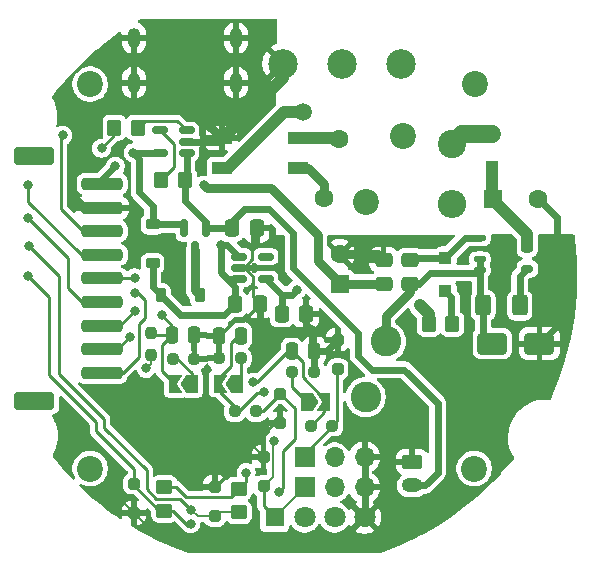
<source format=gbl>
G04 #@! TF.GenerationSoftware,KiCad,Pcbnew,9.0.6*
G04 #@! TF.CreationDate,2025-11-26T20:09:10+03:00*
G04 #@! TF.ProjectId,SMHome_UniversalRound_ESP32_C3_Mini_v3,534d486f-6d65-45f5-956e-697665727361,12*
G04 #@! TF.SameCoordinates,Original*
G04 #@! TF.FileFunction,Copper,L2,Bot*
G04 #@! TF.FilePolarity,Positive*
%FSLAX46Y46*%
G04 Gerber Fmt 4.6, Leading zero omitted, Abs format (unit mm)*
G04 Created by KiCad (PCBNEW 9.0.6) date 2025-11-26 20:09:10*
%MOMM*%
%LPD*%
G01*
G04 APERTURE LIST*
G04 Aperture macros list*
%AMRoundRect*
0 Rectangle with rounded corners*
0 $1 Rounding radius*
0 $2 $3 $4 $5 $6 $7 $8 $9 X,Y pos of 4 corners*
0 Add a 4 corners polygon primitive as box body*
4,1,4,$2,$3,$4,$5,$6,$7,$8,$9,$2,$3,0*
0 Add four circle primitives for the rounded corners*
1,1,$1+$1,$2,$3*
1,1,$1+$1,$4,$5*
1,1,$1+$1,$6,$7*
1,1,$1+$1,$8,$9*
0 Add four rect primitives between the rounded corners*
20,1,$1+$1,$2,$3,$4,$5,0*
20,1,$1+$1,$4,$5,$6,$7,0*
20,1,$1+$1,$6,$7,$8,$9,0*
20,1,$1+$1,$8,$9,$2,$3,0*%
%AMFreePoly0*
4,1,6,1.000000,0.000000,0.500000,-0.750000,-0.500000,-0.750000,-0.500000,0.750000,0.500000,0.750000,1.000000,0.000000,1.000000,0.000000,$1*%
%AMFreePoly1*
4,1,6,0.500000,-0.750000,-0.650000,-0.750000,-0.150000,0.000000,-0.650000,0.750000,0.500000,0.750000,0.500000,-0.750000,0.500000,-0.750000,$1*%
G04 Aperture macros list end*
G04 #@! TA.AperFunction,ComponentPad*
%ADD10R,1.700000X1.700000*%
G04 #@! TD*
G04 #@! TA.AperFunction,ComponentPad*
%ADD11O,1.700000X1.700000*%
G04 #@! TD*
G04 #@! TA.AperFunction,ComponentPad*
%ADD12C,2.400000*%
G04 #@! TD*
G04 #@! TA.AperFunction,ComponentPad*
%ADD13O,2.400000X2.400000*%
G04 #@! TD*
G04 #@! TA.AperFunction,HeatsinkPad*
%ADD14O,1.100000X1.700000*%
G04 #@! TD*
G04 #@! TA.AperFunction,ComponentPad*
%ADD15C,2.200000*%
G04 #@! TD*
G04 #@! TA.AperFunction,ComponentPad*
%ADD16R,1.600000X1.600000*%
G04 #@! TD*
G04 #@! TA.AperFunction,ComponentPad*
%ADD17C,1.600000*%
G04 #@! TD*
G04 #@! TA.AperFunction,ComponentPad*
%ADD18C,2.600000*%
G04 #@! TD*
G04 #@! TA.AperFunction,ComponentPad*
%ADD19C,2.500000*%
G04 #@! TD*
G04 #@! TA.AperFunction,ComponentPad*
%ADD20R,1.650000X1.650000*%
G04 #@! TD*
G04 #@! TA.AperFunction,ComponentPad*
%ADD21C,1.800000*%
G04 #@! TD*
G04 #@! TA.AperFunction,SMDPad,CuDef*
%ADD22RoundRect,0.250000X0.250000X-0.250000X0.250000X0.250000X-0.250000X0.250000X-0.250000X-0.250000X0*%
G04 #@! TD*
G04 #@! TA.AperFunction,SMDPad,CuDef*
%ADD23RoundRect,0.225000X0.375000X-0.225000X0.375000X0.225000X-0.375000X0.225000X-0.375000X-0.225000X0*%
G04 #@! TD*
G04 #@! TA.AperFunction,SMDPad,CuDef*
%ADD24RoundRect,0.250000X-0.450000X0.350000X-0.450000X-0.350000X0.450000X-0.350000X0.450000X0.350000X0*%
G04 #@! TD*
G04 #@! TA.AperFunction,SMDPad,CuDef*
%ADD25RoundRect,0.250000X-0.350000X-0.450000X0.350000X-0.450000X0.350000X0.450000X-0.350000X0.450000X0*%
G04 #@! TD*
G04 #@! TA.AperFunction,SMDPad,CuDef*
%ADD26RoundRect,0.250000X-1.000000X-0.650000X1.000000X-0.650000X1.000000X0.650000X-1.000000X0.650000X0*%
G04 #@! TD*
G04 #@! TA.AperFunction,SMDPad,CuDef*
%ADD27FreePoly0,180.000000*%
G04 #@! TD*
G04 #@! TA.AperFunction,SMDPad,CuDef*
%ADD28FreePoly1,180.000000*%
G04 #@! TD*
G04 #@! TA.AperFunction,SMDPad,CuDef*
%ADD29RoundRect,0.125000X-0.375000X-0.125000X0.375000X-0.125000X0.375000X0.125000X-0.375000X0.125000X0*%
G04 #@! TD*
G04 #@! TA.AperFunction,SMDPad,CuDef*
%ADD30RoundRect,0.250000X-0.250000X0.475000X-0.250000X-0.475000X0.250000X-0.475000X0.250000X0.475000X0*%
G04 #@! TD*
G04 #@! TA.AperFunction,SMDPad,CuDef*
%ADD31RoundRect,0.175000X-0.325000X-0.175000X0.325000X-0.175000X0.325000X0.175000X-0.325000X0.175000X0*%
G04 #@! TD*
G04 #@! TA.AperFunction,SMDPad,CuDef*
%ADD32RoundRect,0.250000X0.250000X0.475000X-0.250000X0.475000X-0.250000X-0.475000X0.250000X-0.475000X0*%
G04 #@! TD*
G04 #@! TA.AperFunction,SMDPad,CuDef*
%ADD33RoundRect,0.250000X1.500000X-0.250000X1.500000X0.250000X-1.500000X0.250000X-1.500000X-0.250000X0*%
G04 #@! TD*
G04 #@! TA.AperFunction,SMDPad,CuDef*
%ADD34RoundRect,0.250001X1.449999X-0.499999X1.449999X0.499999X-1.449999X0.499999X-1.449999X-0.499999X0*%
G04 #@! TD*
G04 #@! TA.AperFunction,SMDPad,CuDef*
%ADD35R,1.700000X1.100000*%
G04 #@! TD*
G04 #@! TA.AperFunction,SMDPad,CuDef*
%ADD36FreePoly0,0.000000*%
G04 #@! TD*
G04 #@! TA.AperFunction,SMDPad,CuDef*
%ADD37FreePoly1,0.000000*%
G04 #@! TD*
G04 #@! TA.AperFunction,SMDPad,CuDef*
%ADD38RoundRect,0.250000X0.400000X0.625000X-0.400000X0.625000X-0.400000X-0.625000X0.400000X-0.625000X0*%
G04 #@! TD*
G04 #@! TA.AperFunction,SMDPad,CuDef*
%ADD39RoundRect,0.250000X-0.337500X-0.475000X0.337500X-0.475000X0.337500X0.475000X-0.337500X0.475000X0*%
G04 #@! TD*
G04 #@! TA.AperFunction,SMDPad,CuDef*
%ADD40RoundRect,0.250000X0.475000X-0.337500X0.475000X0.337500X-0.475000X0.337500X-0.475000X-0.337500X0*%
G04 #@! TD*
G04 #@! TA.AperFunction,SMDPad,CuDef*
%ADD41RoundRect,0.237500X0.250000X0.237500X-0.250000X0.237500X-0.250000X-0.237500X0.250000X-0.237500X0*%
G04 #@! TD*
G04 #@! TA.AperFunction,ComponentPad*
%ADD42RoundRect,0.250000X-0.625000X0.350000X-0.625000X-0.350000X0.625000X-0.350000X0.625000X0.350000X0*%
G04 #@! TD*
G04 #@! TA.AperFunction,ComponentPad*
%ADD43O,1.750000X1.200000*%
G04 #@! TD*
G04 #@! TA.AperFunction,SMDPad,CuDef*
%ADD44RoundRect,0.237500X-0.250000X-0.237500X0.250000X-0.237500X0.250000X0.237500X-0.250000X0.237500X0*%
G04 #@! TD*
G04 #@! TA.AperFunction,SMDPad,CuDef*
%ADD45RoundRect,0.250000X-0.250000X0.250000X-0.250000X-0.250000X0.250000X-0.250000X0.250000X0.250000X0*%
G04 #@! TD*
G04 #@! TA.AperFunction,SMDPad,CuDef*
%ADD46RoundRect,0.250000X-0.475000X0.337500X-0.475000X-0.337500X0.475000X-0.337500X0.475000X0.337500X0*%
G04 #@! TD*
G04 #@! TA.AperFunction,SMDPad,CuDef*
%ADD47RoundRect,0.150000X0.512500X0.150000X-0.512500X0.150000X-0.512500X-0.150000X0.512500X-0.150000X0*%
G04 #@! TD*
G04 #@! TA.AperFunction,SMDPad,CuDef*
%ADD48RoundRect,0.237500X0.237500X-0.250000X0.237500X0.250000X-0.237500X0.250000X-0.237500X-0.250000X0*%
G04 #@! TD*
G04 #@! TA.AperFunction,SMDPad,CuDef*
%ADD49RoundRect,0.250000X0.350000X0.450000X-0.350000X0.450000X-0.350000X-0.450000X0.350000X-0.450000X0*%
G04 #@! TD*
G04 #@! TA.AperFunction,SMDPad,CuDef*
%ADD50RoundRect,0.250000X0.300000X-0.300000X0.300000X0.300000X-0.300000X0.300000X-0.300000X-0.300000X0*%
G04 #@! TD*
G04 #@! TA.AperFunction,SMDPad,CuDef*
%ADD51RoundRect,0.250000X-0.300000X0.300000X-0.300000X-0.300000X0.300000X-0.300000X0.300000X0.300000X0*%
G04 #@! TD*
G04 #@! TA.AperFunction,SMDPad,CuDef*
%ADD52RoundRect,0.250000X-0.250000X-0.475000X0.250000X-0.475000X0.250000X0.475000X-0.250000X0.475000X0*%
G04 #@! TD*
G04 #@! TA.AperFunction,SMDPad,CuDef*
%ADD53RoundRect,0.225000X-0.225000X-0.375000X0.225000X-0.375000X0.225000X0.375000X-0.225000X0.375000X0*%
G04 #@! TD*
G04 #@! TA.AperFunction,SMDPad,CuDef*
%ADD54RoundRect,0.150000X-0.512500X-0.150000X0.512500X-0.150000X0.512500X0.150000X-0.512500X0.150000X0*%
G04 #@! TD*
G04 #@! TA.AperFunction,SMDPad,CuDef*
%ADD55RoundRect,0.150000X-0.150000X0.587500X-0.150000X-0.587500X0.150000X-0.587500X0.150000X0.587500X0*%
G04 #@! TD*
G04 #@! TA.AperFunction,ViaPad*
%ADD56C,0.800000*%
G04 #@! TD*
G04 #@! TA.AperFunction,ViaPad*
%ADD57C,1.500000*%
G04 #@! TD*
G04 #@! TA.AperFunction,Conductor*
%ADD58C,0.250000*%
G04 #@! TD*
G04 #@! TA.AperFunction,Conductor*
%ADD59C,0.600000*%
G04 #@! TD*
G04 #@! TA.AperFunction,Conductor*
%ADD60C,0.800000*%
G04 #@! TD*
G04 #@! TA.AperFunction,Conductor*
%ADD61C,0.200000*%
G04 #@! TD*
G04 #@! TA.AperFunction,Conductor*
%ADD62C,1.000000*%
G04 #@! TD*
G04 #@! TA.AperFunction,Conductor*
%ADD63C,1.500000*%
G04 #@! TD*
G04 APERTURE END LIST*
D10*
X150138000Y-120370600D03*
D11*
X152678000Y-120370600D03*
X155217999Y-120370600D03*
D12*
X162610800Y-93827600D03*
D13*
X162610800Y-98907599D03*
D14*
X144324800Y-88674200D03*
X144324800Y-84874200D03*
X135684800Y-88674200D03*
X135684800Y-84874200D03*
D15*
X158496000Y-93192600D03*
X155295600Y-98729800D03*
X164541200Y-88773000D03*
D16*
X153111200Y-105689400D03*
D17*
X153111200Y-103189400D03*
D15*
X164490400Y-121335800D03*
D18*
X157022800Y-110566200D03*
X155312699Y-115264663D03*
D16*
X166116000Y-98475800D03*
D17*
X169916000Y-98475800D03*
D15*
X131978400Y-88773000D03*
D19*
X158314400Y-87045800D03*
X153314400Y-87045800D03*
X148314400Y-87045800D03*
D10*
X150138000Y-122910600D03*
D11*
X152678000Y-122910600D03*
X155217999Y-122910600D03*
D17*
X151815800Y-98385000D03*
X153015800Y-93385000D03*
D15*
X131978400Y-121335800D03*
D20*
X147598000Y-125450600D03*
D21*
X150138000Y-125450600D03*
X152678000Y-125450600D03*
X155218000Y-125450600D03*
D22*
X152933400Y-112908399D03*
X152933400Y-110408401D03*
D23*
X137261600Y-103961200D03*
X137261600Y-100661200D03*
D24*
X144576800Y-123028200D03*
X144576800Y-125028200D03*
D25*
X134026400Y-92456000D03*
X136026400Y-92456000D03*
D26*
X166020999Y-110744000D03*
X170021001Y-110744000D03*
D27*
X140602799Y-114173000D03*
D28*
X139152801Y-114173000D03*
D29*
X164979600Y-104507799D03*
X164979600Y-103607800D03*
X164979600Y-101807800D03*
D30*
X168979600Y-102347800D03*
D31*
X168979600Y-104407800D03*
D32*
X144764800Y-110083600D03*
X142864800Y-110083600D03*
D33*
X132999600Y-113232200D03*
X132999600Y-111232200D03*
X132999600Y-109232200D03*
X132999600Y-107232200D03*
X132999600Y-105232200D03*
X132999600Y-103232200D03*
X132999600Y-101232200D03*
X132999600Y-99232200D03*
X132999600Y-97232200D03*
D34*
X127249600Y-115582200D03*
X127249600Y-94882200D03*
D35*
X143104800Y-95885001D03*
X143104800Y-93344999D03*
X149604800Y-93344999D03*
X149604800Y-95885001D03*
D36*
X150354201Y-115697000D03*
D37*
X151804199Y-115697000D03*
D38*
X168351200Y-107518200D03*
X165251198Y-107518200D03*
D39*
X144250500Y-107391200D03*
X146325500Y-107391200D03*
X143996500Y-100990400D03*
X146071500Y-100990400D03*
D40*
X156819600Y-105710900D03*
X156819600Y-103635900D03*
D41*
X146048100Y-116484400D03*
X144223100Y-116484400D03*
D39*
X148187500Y-108254800D03*
X150262500Y-108254800D03*
D42*
X159232600Y-120751600D03*
D43*
X159232600Y-122751601D03*
D22*
X146659600Y-122814399D03*
X146659600Y-120314401D03*
D27*
X144387399Y-114147600D03*
D28*
X142937401Y-114147600D03*
D44*
X149074500Y-113182400D03*
X150899500Y-113182400D03*
D45*
X148082000Y-114980401D03*
X148082000Y-117480399D03*
D46*
X159054800Y-103635900D03*
X159054800Y-105710900D03*
D47*
X140151700Y-92688501D03*
X140151700Y-93638500D03*
X140151700Y-94588499D03*
X137876700Y-94588499D03*
X137876700Y-92688501D03*
D45*
X135686800Y-122600401D03*
X135686800Y-125100399D03*
D48*
X137109200Y-111707300D03*
X137109200Y-109882300D03*
D49*
X139988800Y-96875600D03*
X137988800Y-96875600D03*
D25*
X160645600Y-109093000D03*
X162645600Y-109093000D03*
D50*
X165963600Y-95760999D03*
X165963600Y-92961001D03*
D51*
X162052000Y-103476601D03*
X162052000Y-106276599D03*
D41*
X140813800Y-112014000D03*
X138988800Y-112014000D03*
D24*
X138252200Y-122901200D03*
X138252200Y-124901200D03*
D52*
X149037001Y-111379000D03*
X150936999Y-111379000D03*
D53*
X137948400Y-106629200D03*
X141248400Y-106629200D03*
D54*
X144576800Y-105277998D03*
X144576800Y-104327999D03*
X144576800Y-103378000D03*
X146851800Y-103378000D03*
X146851800Y-105277998D03*
D55*
X139918400Y-100967300D03*
X141818400Y-100967300D03*
X140868400Y-102842300D03*
D22*
X142544800Y-125379799D03*
X142544800Y-122879801D03*
D52*
X138900500Y-110032800D03*
X140800500Y-110032800D03*
D41*
X144752700Y-111988600D03*
X142927700Y-111988600D03*
X152474300Y-117729000D03*
X150649300Y-117729000D03*
D56*
X136067800Y-102108000D03*
X167513000Y-112801400D03*
X166827200Y-105181400D03*
X141732000Y-91948000D03*
X169545000Y-112801400D03*
X134442200Y-123723400D03*
X166827200Y-104165400D03*
X166827200Y-106248200D03*
X170611800Y-112801400D03*
X168529000Y-112801400D03*
X145643600Y-119176800D03*
X150745100Y-109575600D03*
X159867600Y-107492800D03*
X135636000Y-94589600D03*
X141579600Y-97332800D03*
X147548600Y-118999000D03*
X136702800Y-112852200D03*
D57*
X150037800Y-91109800D03*
D56*
X146735800Y-114833400D03*
X126746000Y-100126800D03*
X126746000Y-97282000D03*
X129667000Y-93116400D03*
X135737600Y-105181400D03*
X135788400Y-106476800D03*
X135331200Y-110185200D03*
X135737600Y-107950000D03*
X145770600Y-114020600D03*
X138023600Y-108356400D03*
X147980400Y-123317000D03*
X140538200Y-124841000D03*
X126796800Y-102514400D03*
X126695200Y-105054400D03*
X140487400Y-126009400D03*
X134112000Y-95732600D03*
X145186400Y-121666000D03*
X149479000Y-106172000D03*
X143052800Y-102387400D03*
X132943600Y-94208600D03*
D58*
X142927700Y-111988600D02*
X140839200Y-111988600D01*
D59*
X150936999Y-111379000D02*
X151962801Y-111379000D01*
D60*
X140538200Y-90754200D02*
X133197600Y-90754200D01*
D59*
X150262500Y-109093000D02*
X150745100Y-109575600D01*
D58*
X146071500Y-100990400D02*
X145719800Y-101342100D01*
X140813800Y-110046101D02*
X140800499Y-110032800D01*
X140800499Y-110032800D02*
X142814001Y-110032800D01*
X144134801Y-108813600D02*
X144903100Y-108813600D01*
X148082000Y-117480399D02*
X147543201Y-117480399D01*
X145110200Y-120314401D02*
X142544800Y-122879801D01*
D60*
X131394200Y-93505586D02*
X130429000Y-94470786D01*
X133197600Y-90754200D02*
X131394200Y-92557600D01*
D58*
X144576800Y-104327999D02*
X145018799Y-104327999D01*
X145018799Y-104327999D02*
X145745200Y-105054400D01*
D61*
X155218000Y-125450600D02*
X153389200Y-127279400D01*
D60*
X130429000Y-98196400D02*
X131464800Y-99232200D01*
D58*
X145745200Y-105054400D02*
X145745200Y-106810900D01*
X147543201Y-117480399D02*
X146659600Y-118364000D01*
D61*
X145643600Y-119298401D02*
X146659600Y-120314401D01*
D58*
X140839200Y-111988600D02*
X140813800Y-112014000D01*
D59*
X150745100Y-109575600D02*
X150745100Y-111187101D01*
D58*
X145719800Y-103606600D02*
X144998401Y-104327999D01*
D60*
X131464800Y-99232200D02*
X132999600Y-99232200D01*
D61*
X145643600Y-119176800D02*
X145643600Y-119298401D01*
D59*
X155217999Y-122910600D02*
X155244800Y-122937401D01*
D61*
X153389200Y-127279400D02*
X137865801Y-127279400D01*
D62*
X145623599Y-90988199D02*
X148314400Y-88297398D01*
D59*
X155217999Y-120499001D02*
X155346400Y-120370600D01*
D58*
X146659600Y-120314401D02*
X146659600Y-120751600D01*
D59*
X171500800Y-100060600D02*
X171500800Y-109264201D01*
D60*
X141732000Y-91972199D02*
X143104800Y-93344999D01*
D58*
X140813800Y-112014000D02*
X140813800Y-110046101D01*
X146659600Y-118364000D02*
X146659600Y-120314401D01*
D59*
X146325500Y-108657300D02*
X146325500Y-107391200D01*
D60*
X153111200Y-103189400D02*
X156373100Y-103189400D01*
D59*
X150936999Y-111379000D02*
X150936999Y-113144901D01*
X150745100Y-109575600D02*
X147243800Y-109575600D01*
D60*
X130429000Y-94470786D02*
X130429000Y-98196400D01*
D59*
X150936999Y-113144901D02*
X150899500Y-113182400D01*
D58*
X142864801Y-111925701D02*
X142927700Y-111988600D01*
X146659600Y-120314401D02*
X145110200Y-120314401D01*
D61*
X134442200Y-123723400D02*
X134442200Y-123855799D01*
D59*
X151962801Y-111379000D02*
X152933400Y-110408401D01*
X155217999Y-120370600D02*
X155448000Y-120370600D01*
D60*
X141732000Y-91948000D02*
X140538200Y-90754200D01*
D59*
X169916000Y-98475800D02*
X171500800Y-100060600D01*
X171500800Y-109264201D02*
X170021001Y-110744000D01*
X155217999Y-122910600D02*
X155217999Y-120499001D01*
D61*
X137865801Y-127279400D02*
X135686800Y-125100399D01*
D58*
X145719800Y-101342100D02*
X145719800Y-103606600D01*
D59*
X155244800Y-122937401D02*
X155244800Y-125247400D01*
D60*
X131394200Y-92557600D02*
X131394200Y-93505586D01*
D62*
X148314400Y-88297398D02*
X148314400Y-87045800D01*
X143266799Y-93344999D02*
X145623599Y-90988199D01*
D58*
X145745200Y-106810900D02*
X146325500Y-107391200D01*
D59*
X140151700Y-93638500D02*
X142811299Y-93638500D01*
D61*
X134442200Y-123855799D02*
X135686800Y-125100399D01*
D60*
X141732000Y-91948000D02*
X141732000Y-91972199D01*
D59*
X150262500Y-108254800D02*
X150262500Y-109093000D01*
X150745100Y-111187101D02*
X150936999Y-111379000D01*
D58*
X144903100Y-108813600D02*
X146325500Y-107391200D01*
X142811299Y-93638500D02*
X143104800Y-93344999D01*
X142864801Y-110083600D02*
X144134801Y-108813600D01*
D60*
X156373100Y-103189400D02*
X156819600Y-103635900D01*
D58*
X144998401Y-104327999D02*
X144576800Y-104327999D01*
X142814001Y-110032800D02*
X142864801Y-110083600D01*
D59*
X147243800Y-109575600D02*
X146325500Y-108657300D01*
D58*
X142864801Y-110083600D02*
X142864801Y-111925701D01*
D60*
X145084799Y-91526999D02*
X145623599Y-90988199D01*
D62*
X168979600Y-101491800D02*
X168979600Y-102347800D01*
X166116000Y-98475800D02*
X166116000Y-98628200D01*
X166116000Y-98628200D02*
X168979600Y-101491800D01*
X165963600Y-95760999D02*
X165963600Y-98323400D01*
X165963600Y-98323400D02*
X166116000Y-98475800D01*
D59*
X164979600Y-107246602D02*
X165251198Y-107518200D01*
X164979600Y-104507799D02*
X164979600Y-103607800D01*
X159795300Y-105710900D02*
X159054800Y-105710900D01*
X165251198Y-107518200D02*
X165251198Y-109974199D01*
X160748401Y-104757799D02*
X159795300Y-105710900D01*
D60*
X157022800Y-108381800D02*
X157022800Y-110566200D01*
D59*
X164729600Y-104757799D02*
X160748401Y-104757799D01*
X164979600Y-104507799D02*
X164979600Y-107246602D01*
D60*
X159054800Y-105710900D02*
X159054800Y-106349800D01*
X159054800Y-106349800D02*
X157022800Y-108381800D01*
D59*
X164979600Y-104507799D02*
X164729600Y-104757799D01*
X165251198Y-109974199D02*
X166020999Y-110744000D01*
X163720801Y-101807800D02*
X162052000Y-103476601D01*
X162052000Y-103476601D02*
X159214099Y-103476601D01*
X164979600Y-101807800D02*
X163720801Y-101807800D01*
X159214099Y-103476601D02*
X159054800Y-103635900D01*
D60*
X151257000Y-103759000D02*
X153111200Y-105613200D01*
D58*
X135637101Y-94588499D02*
X135636000Y-94589600D01*
D62*
X159867600Y-107492800D02*
X160645600Y-108270800D01*
D59*
X155312699Y-115264663D02*
X155211099Y-115264663D01*
D62*
X160645600Y-108270800D02*
X160645600Y-109093000D01*
D60*
X147294600Y-97612200D02*
X151257000Y-101574600D01*
X141579600Y-97332800D02*
X141859000Y-97612200D01*
X153111200Y-105613200D02*
X153111200Y-105689400D01*
X156798100Y-105689400D02*
X156819600Y-105710900D01*
D59*
X137876700Y-94588499D02*
X135637101Y-94588499D01*
X139612300Y-100661200D02*
X139918400Y-100967300D01*
X155312699Y-115264663D02*
X155550137Y-115264663D01*
D60*
X141859000Y-97612200D02*
X147294600Y-97612200D01*
D59*
X136144000Y-95097600D02*
X136144000Y-97942400D01*
D60*
X151257000Y-101574600D02*
X151257000Y-103759000D01*
D59*
X135636000Y-94589600D02*
X136144000Y-95097600D01*
X137261600Y-100661200D02*
X139612300Y-100661200D01*
X137261600Y-99060000D02*
X137261600Y-100661200D01*
X136144000Y-97942400D02*
X137261600Y-99060000D01*
D60*
X153111200Y-105689400D02*
X156798100Y-105689400D01*
D63*
X163477399Y-92961001D02*
X165963600Y-92961001D01*
X162610800Y-93827600D02*
X163477399Y-92961001D01*
D59*
X162560000Y-106784599D02*
X162560000Y-109007400D01*
X162560000Y-109007400D02*
X162645600Y-109093000D01*
X162052000Y-106276599D02*
X162560000Y-106784599D01*
D61*
X147459600Y-122014399D02*
X146659600Y-122814399D01*
D58*
X146659600Y-124512200D02*
X147598000Y-125450600D01*
D61*
X146810600Y-124663200D02*
X147598000Y-125450600D01*
X147548600Y-118999000D02*
X147459600Y-119088000D01*
X136702800Y-112852200D02*
X137109200Y-112445800D01*
X147459600Y-119088000D02*
X147459600Y-122014399D01*
D58*
X146659600Y-122814399D02*
X146659600Y-124512200D01*
D61*
X137109200Y-112445800D02*
X137109200Y-111707300D01*
X147598000Y-125450600D02*
X150138000Y-122910600D01*
D62*
X148412200Y-91109800D02*
X143636999Y-95885001D01*
X150037800Y-91109800D02*
X148412200Y-91109800D01*
X143636999Y-95885001D02*
X143104800Y-95885001D01*
D60*
X149604800Y-95885001D02*
X150444201Y-95885001D01*
X150444201Y-95885001D02*
X151815800Y-97256600D01*
X151815800Y-97256600D02*
X151815800Y-98385000D01*
D62*
X153015800Y-93385000D02*
X152975799Y-93344999D01*
X152975799Y-93344999D02*
X149604800Y-93344999D01*
D59*
X168351200Y-107518200D02*
X168351200Y-105036200D01*
X168351200Y-105036200D02*
X168979600Y-104407800D01*
D58*
X143865600Y-112623600D02*
X142937401Y-113551799D01*
X144551400Y-116484400D02*
X144223100Y-116484400D01*
X143865600Y-110678000D02*
X143865600Y-112623600D01*
X144764799Y-110083600D02*
X144596147Y-110083600D01*
X146671200Y-114898000D02*
X146137800Y-114898000D01*
X146137800Y-114898000D02*
X144551400Y-116484400D01*
X142937401Y-114845001D02*
X144223100Y-116130700D01*
X144223100Y-116130700D02*
X144223100Y-116484400D01*
X143960400Y-110583200D02*
X143865600Y-110678000D01*
X144459999Y-110083600D02*
X143867200Y-110676399D01*
X144764799Y-110083600D02*
X144459999Y-110083600D01*
X142937401Y-113551799D02*
X142937401Y-114147600D01*
X142937401Y-114147600D02*
X142937401Y-114845001D01*
X146735800Y-114833400D02*
X146671200Y-114898000D01*
X150138000Y-120065300D02*
X150138000Y-120370600D01*
X152474300Y-117729000D02*
X152888199Y-117315101D01*
X152474300Y-117729000D02*
X150138000Y-120065300D01*
X152888199Y-112953600D02*
X152933400Y-112908399D01*
X152888199Y-117315101D02*
X152888199Y-112953600D01*
X149074500Y-114417299D02*
X150354201Y-115697000D01*
X149074500Y-113182400D02*
X149074500Y-114417299D01*
X131249600Y-107232200D02*
X130098800Y-106081400D01*
X132999600Y-107232200D02*
X131249600Y-107232200D01*
X130098800Y-103479600D02*
X126746000Y-100126800D01*
X130098800Y-106081400D02*
X130098800Y-103479600D01*
X132999600Y-103232200D02*
X131249600Y-103232200D01*
X126746000Y-98728600D02*
X126746000Y-97282000D01*
X131249600Y-103232200D02*
X126746000Y-98728600D01*
X129489200Y-99339400D02*
X131382000Y-101232200D01*
X131382000Y-101232200D02*
X132999600Y-101232200D01*
X129667000Y-93116400D02*
X129489200Y-93294200D01*
X129489200Y-93294200D02*
X129489200Y-99339400D01*
X134749600Y-105232200D02*
X132999600Y-105232200D01*
X134800400Y-105181400D02*
X134749600Y-105232200D01*
X135737600Y-105181400D02*
X134800400Y-105181400D01*
X132999600Y-113232200D02*
X134749600Y-113232200D01*
X136042400Y-106476800D02*
X135788400Y-106476800D01*
X136601200Y-108559600D02*
X136601200Y-107035600D01*
X136093200Y-109067600D02*
X136601200Y-108559600D01*
X134749600Y-113232200D02*
X136093200Y-111888600D01*
X136601200Y-107035600D02*
X136042400Y-106476800D01*
X136093200Y-111888600D02*
X136093200Y-109067600D01*
X134284200Y-111232200D02*
X132999600Y-111232200D01*
X135331200Y-110185200D02*
X134284200Y-111232200D01*
X135737600Y-107950000D02*
X134455400Y-109232200D01*
X134455400Y-109232200D02*
X132999600Y-109232200D01*
X151804199Y-115697000D02*
X151804199Y-115405999D01*
X149963200Y-112305199D02*
X149037001Y-111379000D01*
X151804199Y-115697000D02*
X151804199Y-116574101D01*
X148717000Y-111379000D02*
X149037001Y-111379000D01*
X149963200Y-113565000D02*
X149963200Y-112305199D01*
X151804199Y-116574101D02*
X150649300Y-117729000D01*
X146075400Y-114020600D02*
X148717000Y-111379000D01*
X145770600Y-114020600D02*
X146075400Y-114020600D01*
X151804199Y-115405999D02*
X149963200Y-113565000D01*
X138074400Y-110858901D02*
X138074400Y-113094599D01*
X138074400Y-113094599D02*
X139152801Y-114173000D01*
X138900501Y-110032800D02*
X138900501Y-109233301D01*
X137259700Y-110032800D02*
X137109200Y-109882300D01*
X138900501Y-110032800D02*
X137259700Y-110032800D01*
X138900501Y-110032800D02*
X138074400Y-110858901D01*
X138900501Y-109233301D02*
X138023600Y-108356400D01*
X147980400Y-123317000D02*
X148285200Y-123012200D01*
X146048100Y-116484400D02*
X146578001Y-116484400D01*
X148285200Y-119873400D02*
X149301200Y-118857400D01*
X146578001Y-116484400D02*
X148082000Y-114980401D01*
X149301200Y-118857400D02*
X149301200Y-116199601D01*
X149301200Y-116199601D02*
X148082000Y-114980401D01*
X148285200Y-123012200D02*
X148285200Y-119873400D01*
X138988800Y-112014000D02*
X139344400Y-112014000D01*
X139344400Y-112014000D02*
X140602799Y-113272399D01*
X140602799Y-113272399D02*
X140602799Y-114173000D01*
X144752700Y-113782299D02*
X144387399Y-114147600D01*
X144752700Y-111988600D02*
X144752700Y-113782299D01*
D61*
X144576800Y-125028200D02*
X142896399Y-125028200D01*
D58*
X129336800Y-105054400D02*
X129336800Y-113309400D01*
X126796800Y-102514400D02*
X129336800Y-105054400D01*
D61*
X141076999Y-125379799D02*
X140538200Y-124841000D01*
D58*
X129336800Y-113309400D02*
X133172200Y-117144800D01*
D61*
X142544800Y-125379799D02*
X141076999Y-125379799D01*
D58*
X133172200Y-117856000D02*
X136753600Y-121437400D01*
X133172200Y-117144800D02*
X133172200Y-117856000D01*
X137561150Y-123901200D02*
X139598400Y-123901200D01*
X136753600Y-123093650D02*
X137561150Y-123901200D01*
X136753600Y-121437400D02*
X136753600Y-123093650D01*
X139598400Y-123901200D02*
X140538200Y-124841000D01*
D61*
X142896399Y-125028200D02*
X142544800Y-125379799D01*
D58*
X140335000Y-126161800D02*
X140284200Y-126161800D01*
X128473200Y-106832400D02*
X128473200Y-113385600D01*
X126695200Y-105054400D02*
X128473200Y-106832400D01*
X132481001Y-118130001D02*
X135686800Y-121335800D01*
X140487400Y-126009400D02*
X140335000Y-126161800D01*
X135686800Y-121335800D02*
X135686800Y-122600401D01*
X135686800Y-122600401D02*
X135686800Y-122758200D01*
X132481001Y-117393401D02*
X132481001Y-118130001D01*
X140284200Y-126161800D02*
X139023600Y-124901200D01*
X139023600Y-124901200D02*
X138252200Y-124901200D01*
X128473200Y-113385600D02*
X132481001Y-117393401D01*
X137829800Y-124901200D02*
X138252200Y-124901200D01*
X135686800Y-122758200D02*
X137829800Y-124901200D01*
X145186400Y-122418600D02*
X144576800Y-123028200D01*
D59*
X148187500Y-108254800D02*
X148187500Y-106613698D01*
X147685301Y-106111499D02*
X146851800Y-105277998D01*
X134112000Y-95732600D02*
X132999600Y-96845000D01*
D58*
X140056298Y-123722702D02*
X139234796Y-122901200D01*
X145186400Y-121666000D02*
X145186400Y-122418600D01*
X144576800Y-123028200D02*
X143882298Y-123722702D01*
D59*
X149037302Y-106613698D02*
X148187500Y-106613698D01*
X132999600Y-96845000D02*
X132999600Y-97232200D01*
X152806401Y-125145799D02*
X152704800Y-125247400D01*
X149479000Y-106172000D02*
X149037302Y-106613698D01*
D58*
X139234796Y-122901200D02*
X138252200Y-122901200D01*
X143882298Y-123722702D02*
X140056298Y-123722702D01*
D59*
X148187500Y-106613698D02*
X147685301Y-106111499D01*
X137261600Y-105942400D02*
X137948400Y-106629200D01*
X139624800Y-108305600D02*
X143336100Y-108305600D01*
X143052800Y-104724200D02*
X144250500Y-105921900D01*
X144250500Y-105921900D02*
X144250500Y-107391200D01*
X143606598Y-105277998D02*
X143052800Y-104724200D01*
X143586200Y-102387400D02*
X144576800Y-103378000D01*
X143052800Y-102387400D02*
X143052800Y-104724200D01*
X137261600Y-103961200D02*
X137261600Y-105942400D01*
X144576800Y-105277998D02*
X143606598Y-105277998D01*
X137948400Y-106629200D02*
X139624800Y-108305600D01*
X143336100Y-108305600D02*
X144250500Y-107391200D01*
X143052800Y-102387400D02*
X143586200Y-102387400D01*
X158572200Y-112953800D02*
X161391600Y-115773200D01*
X139988800Y-94624399D02*
X140024700Y-94588499D01*
X161391600Y-121666000D02*
X160305999Y-122751601D01*
X140151700Y-94588499D02*
X140151700Y-96712700D01*
X145034000Y-99390200D02*
X147142200Y-99390200D01*
X139988800Y-96875600D02*
X139988800Y-98450400D01*
X139988800Y-98663000D02*
X141818400Y-100492600D01*
X160305999Y-122751601D02*
X159232600Y-122751601D01*
X143973400Y-100967300D02*
X143996500Y-100990400D01*
X140024700Y-94588499D02*
X140151700Y-94588499D01*
X143996500Y-100990400D02*
X143996500Y-100427700D01*
X149174200Y-101422200D02*
X149174200Y-104368600D01*
X143996500Y-100427700D02*
X145034000Y-99390200D01*
X154660600Y-111810800D02*
X155803600Y-112953800D01*
X154660600Y-109855000D02*
X154660600Y-111810800D01*
X155803600Y-112953800D02*
X158572200Y-112953800D01*
X139988800Y-98450400D02*
X139988800Y-98663000D01*
X141818400Y-100492600D02*
X141818400Y-100967300D01*
X141818400Y-100967300D02*
X143973400Y-100967300D01*
X149174200Y-104368600D02*
X154660600Y-109855000D01*
X140151700Y-96712700D02*
X139988800Y-96875600D01*
X147142200Y-99390200D02*
X149174200Y-101422200D01*
X161391600Y-115773200D02*
X161391600Y-121666000D01*
D58*
X139039600Y-93851401D02*
X139039600Y-95824800D01*
X137876700Y-92688501D02*
X139039600Y-93851401D01*
X139039600Y-95824800D02*
X137988800Y-96875600D01*
X140151700Y-92688501D02*
X139360399Y-91897200D01*
X136585200Y-91897200D02*
X136026400Y-92456000D01*
X139360399Y-91897200D02*
X136585200Y-91897200D01*
X132943600Y-94208600D02*
X134026400Y-93125800D01*
X134026400Y-93125800D02*
X134026400Y-92456000D01*
D60*
X140868400Y-102842301D02*
X140868400Y-106249200D01*
X140868400Y-106249200D02*
X141248400Y-106629200D01*
G04 #@! TA.AperFunction,Conductor*
G36*
X172945274Y-101511886D02*
G01*
X172991130Y-101564602D01*
X173001046Y-101597825D01*
X173026413Y-101765915D01*
X173027028Y-101770591D01*
X173132468Y-102710232D01*
X173132904Y-102714929D01*
X173202525Y-103657854D01*
X173202783Y-103662564D01*
X173236495Y-104607472D01*
X173236574Y-104612188D01*
X173234322Y-105557717D01*
X173234221Y-105562433D01*
X173196011Y-106507196D01*
X173195730Y-106511905D01*
X173121618Y-107454492D01*
X173121159Y-107459186D01*
X173011251Y-108398286D01*
X173010614Y-108402960D01*
X172865065Y-109337227D01*
X172864250Y-109341873D01*
X172683281Y-110269885D01*
X172682291Y-110274496D01*
X172466147Y-111195006D01*
X172464981Y-111199577D01*
X172213997Y-112111150D01*
X172212659Y-112115673D01*
X171927181Y-113017062D01*
X171925672Y-113021531D01*
X171606108Y-113911441D01*
X171604429Y-113915849D01*
X171251266Y-114792923D01*
X171249421Y-114797265D01*
X170961019Y-115441620D01*
X170915665Y-115494768D01*
X170848776Y-115514958D01*
X170838971Y-115514644D01*
X170661286Y-115501896D01*
X170568123Y-115495212D01*
X170224977Y-115507967D01*
X170224965Y-115507968D01*
X169885235Y-115557898D01*
X169552906Y-115644421D01*
X169552898Y-115644424D01*
X169231947Y-115766504D01*
X168926137Y-115922710D01*
X168926126Y-115922716D01*
X168639099Y-116111185D01*
X168639086Y-116111194D01*
X168639081Y-116111198D01*
X168549899Y-116184773D01*
X168374189Y-116329732D01*
X168134590Y-116575725D01*
X168134583Y-116575733D01*
X167923109Y-116846281D01*
X167923107Y-116846284D01*
X167742252Y-117138189D01*
X167594155Y-117448005D01*
X167594153Y-117448011D01*
X167488045Y-117750731D01*
X167480561Y-117772081D01*
X167402821Y-118106567D01*
X167361855Y-118447496D01*
X167358416Y-118765502D01*
X167358142Y-118790885D01*
X167391728Y-119132637D01*
X167462215Y-119468724D01*
X167462216Y-119468728D01*
X167462217Y-119468731D01*
X167462218Y-119468736D01*
X167568766Y-119795158D01*
X167568775Y-119795181D01*
X167710133Y-120108113D01*
X167710144Y-120108136D01*
X167848881Y-120343273D01*
X167865995Y-120411014D01*
X167843768Y-120477254D01*
X167838291Y-120484518D01*
X167392262Y-121033011D01*
X167389194Y-121036640D01*
X166765261Y-121746517D01*
X166762056Y-121750025D01*
X166111390Y-122435472D01*
X166108054Y-122438854D01*
X165431610Y-123098871D01*
X165428146Y-123102124D01*
X164726906Y-123735747D01*
X164723321Y-123738864D01*
X163998301Y-124345177D01*
X163994609Y-124348146D01*
X163664485Y-124603380D01*
X163246927Y-124926213D01*
X163243113Y-124929046D01*
X162473817Y-125478057D01*
X162469898Y-125480742D01*
X161680150Y-125999871D01*
X161676130Y-126002405D01*
X160867055Y-126490907D01*
X160862942Y-126493284D01*
X160035753Y-126950431D01*
X160031551Y-126952649D01*
X159187471Y-127377762D01*
X159183187Y-127379818D01*
X158323428Y-127772290D01*
X158319069Y-127774180D01*
X157444895Y-128133430D01*
X157440467Y-128135151D01*
X156601519Y-128442914D01*
X156558813Y-128450500D01*
X140264916Y-128450500D01*
X140222650Y-128443075D01*
X139424847Y-128153821D01*
X139420610Y-128152196D01*
X139374222Y-128133430D01*
X138586522Y-127814767D01*
X138582350Y-127812990D01*
X137761130Y-127445253D01*
X137757023Y-127443322D01*
X136949859Y-127045808D01*
X136945860Y-127043748D01*
X136153670Y-126616907D01*
X136149766Y-126614710D01*
X136130921Y-126603648D01*
X135625763Y-126307117D01*
X135498027Y-126232135D01*
X135450177Y-126181222D01*
X135436800Y-126125198D01*
X135436800Y-126100398D01*
X135936800Y-126100398D01*
X135986772Y-126100398D01*
X135986786Y-126100397D01*
X136089497Y-126089904D01*
X136255919Y-126034757D01*
X136255924Y-126034755D01*
X136405145Y-125942714D01*
X136529115Y-125818744D01*
X136621156Y-125669523D01*
X136621158Y-125669518D01*
X136676305Y-125503096D01*
X136676306Y-125503089D01*
X136686799Y-125400385D01*
X136686800Y-125400372D01*
X136686800Y-125350399D01*
X135936800Y-125350399D01*
X135936800Y-126100398D01*
X135436800Y-126100398D01*
X135436800Y-125350399D01*
X134686801Y-125350399D01*
X134686801Y-125400388D01*
X134695242Y-125483011D01*
X134682472Y-125551704D01*
X134634591Y-125602588D01*
X134566801Y-125619508D01*
X134501459Y-125597672D01*
X134147989Y-125353767D01*
X133866804Y-125159740D01*
X133863118Y-125157096D01*
X133513789Y-124896678D01*
X133384656Y-124800412D01*
X134686800Y-124800412D01*
X134686800Y-124850399D01*
X135436800Y-124850399D01*
X135436800Y-124100399D01*
X135436799Y-124100398D01*
X135386829Y-124100399D01*
X135386811Y-124100400D01*
X135284102Y-124110893D01*
X135117680Y-124166040D01*
X135117675Y-124166042D01*
X134968454Y-124258083D01*
X134844484Y-124382053D01*
X134752443Y-124531274D01*
X134752441Y-124531279D01*
X134697294Y-124697701D01*
X134697293Y-124697708D01*
X134686800Y-124800412D01*
X133384656Y-124800412D01*
X133141746Y-124619327D01*
X133138158Y-124616549D01*
X132436931Y-124052735D01*
X132433447Y-124049827D01*
X132247441Y-123888718D01*
X131753310Y-123460726D01*
X131749978Y-123457731D01*
X131091841Y-122844128D01*
X131088610Y-122841004D01*
X131082392Y-122834767D01*
X131049008Y-122773391D01*
X131054105Y-122703708D01*
X131096067Y-122647842D01*
X131161571Y-122623531D01*
X131226510Y-122636743D01*
X131273331Y-122660600D01*
X131402403Y-122726366D01*
X131402405Y-122726366D01*
X131402408Y-122726368D01*
X131492993Y-122755801D01*
X131627031Y-122799353D01*
X131860303Y-122836300D01*
X131860308Y-122836300D01*
X132096497Y-122836300D01*
X132329768Y-122799353D01*
X132554392Y-122726368D01*
X132764833Y-122619143D01*
X132955910Y-122480317D01*
X133122917Y-122313310D01*
X133261743Y-122122233D01*
X133368968Y-121911792D01*
X133441953Y-121687168D01*
X133442002Y-121686859D01*
X133478900Y-121453897D01*
X133478900Y-121217702D01*
X133441953Y-120984431D01*
X133404967Y-120870600D01*
X133368968Y-120759808D01*
X133368966Y-120759805D01*
X133368966Y-120759803D01*
X133294872Y-120614387D01*
X133261743Y-120549367D01*
X133122917Y-120358290D01*
X132955910Y-120191283D01*
X132764833Y-120052457D01*
X132740277Y-120039945D01*
X132554396Y-119945233D01*
X132329768Y-119872246D01*
X132096497Y-119835300D01*
X132096492Y-119835300D01*
X131860308Y-119835300D01*
X131860303Y-119835300D01*
X131627031Y-119872246D01*
X131402403Y-119945233D01*
X131191966Y-120052457D01*
X131098176Y-120120600D01*
X131000890Y-120191283D01*
X131000888Y-120191285D01*
X131000887Y-120191285D01*
X130833885Y-120358287D01*
X130833885Y-120358288D01*
X130833883Y-120358290D01*
X130791807Y-120416202D01*
X130695057Y-120549366D01*
X130587833Y-120759803D01*
X130514846Y-120984431D01*
X130477900Y-121217702D01*
X130477900Y-121453897D01*
X130514846Y-121687168D01*
X130587833Y-121911796D01*
X130675448Y-122083748D01*
X130678436Y-122099658D01*
X130686171Y-122113878D01*
X130684751Y-122133287D01*
X130688344Y-122152417D01*
X130682255Y-122167418D01*
X130681075Y-122183562D01*
X130669387Y-122199122D01*
X130662068Y-122217158D01*
X130648836Y-122226485D01*
X130639115Y-122239429D01*
X130620867Y-122246201D01*
X130604961Y-122257415D01*
X130588788Y-122258108D01*
X130573612Y-122263741D01*
X130554600Y-122259573D01*
X130535156Y-122260407D01*
X130520452Y-122252087D01*
X130505362Y-122248780D01*
X130477142Y-122227584D01*
X130453375Y-122203741D01*
X130450231Y-122200470D01*
X129980961Y-121693915D01*
X129838747Y-121540402D01*
X129835727Y-121537020D01*
X129829785Y-121530116D01*
X129635112Y-121303907D01*
X129248800Y-120855014D01*
X129245904Y-120851521D01*
X128914322Y-120436426D01*
X128825263Y-120324936D01*
X128798803Y-120260272D01*
X128811503Y-120191566D01*
X128812525Y-120189591D01*
X128947161Y-119934920D01*
X128947161Y-119934917D01*
X128947166Y-119934910D01*
X129074110Y-119615336D01*
X129114674Y-119468724D01*
X129165800Y-119283935D01*
X129165804Y-119283916D01*
X129185623Y-119162437D01*
X129221171Y-118944546D01*
X129235344Y-118680006D01*
X129239567Y-118601184D01*
X129239567Y-118601181D01*
X129238763Y-118586481D01*
X129220777Y-118257825D01*
X129165019Y-117918512D01*
X129165018Y-117918508D01*
X129165016Y-117918499D01*
X129072947Y-117587207D01*
X128945637Y-117267780D01*
X128922413Y-117223973D01*
X128799168Y-116991492D01*
X128784577Y-116963969D01*
X128784572Y-116963961D01*
X128769663Y-116941965D01*
X128750496Y-116913685D01*
X128729178Y-116847150D01*
X128747216Y-116779649D01*
X128798885Y-116732616D01*
X128818546Y-116725040D01*
X128828372Y-116722184D01*
X128959997Y-116683944D01*
X129101464Y-116600281D01*
X129217681Y-116484064D01*
X129301344Y-116342597D01*
X129301345Y-116342593D01*
X129301346Y-116342592D01*
X129347197Y-116184773D01*
X129347198Y-116184767D01*
X129350099Y-116147901D01*
X129350100Y-116147894D01*
X129350100Y-115305031D01*
X129369785Y-115237992D01*
X129422589Y-115192237D01*
X129491747Y-115182293D01*
X129555303Y-115211318D01*
X129561781Y-115217350D01*
X131919182Y-117574751D01*
X131952667Y-117636074D01*
X131955501Y-117662432D01*
X131955501Y-118053205D01*
X131955500Y-118053223D01*
X131955500Y-118199186D01*
X131976218Y-118276502D01*
X131976218Y-118276504D01*
X131976219Y-118276504D01*
X131976219Y-118276505D01*
X131981515Y-118296271D01*
X131991313Y-118332838D01*
X131991314Y-118332839D01*
X132060493Y-118452662D01*
X132060497Y-118452667D01*
X132165401Y-118557571D01*
X132165407Y-118557576D01*
X135124981Y-121517150D01*
X135139684Y-121544077D01*
X135156277Y-121569896D01*
X135157168Y-121576096D01*
X135158466Y-121578473D01*
X135161300Y-121604831D01*
X135161300Y-121686859D01*
X135141615Y-121753898D01*
X135100422Y-121793591D01*
X135034935Y-121832320D01*
X135034929Y-121832324D01*
X134918723Y-121948530D01*
X134918717Y-121948538D01*
X134835055Y-122090004D01*
X134835054Y-122090007D01*
X134789202Y-122247827D01*
X134789201Y-122247833D01*
X134786300Y-122284699D01*
X134786300Y-122916102D01*
X134789201Y-122952968D01*
X134789202Y-122952974D01*
X134835054Y-123110794D01*
X134835055Y-123110797D01*
X134835056Y-123110799D01*
X134868274Y-123166968D01*
X134918717Y-123252263D01*
X134918723Y-123252271D01*
X135034929Y-123368477D01*
X135034933Y-123368480D01*
X135034935Y-123368482D01*
X135176402Y-123452145D01*
X135218024Y-123464237D01*
X135334226Y-123497998D01*
X135334229Y-123497998D01*
X135334231Y-123497999D01*
X135371106Y-123500901D01*
X135634970Y-123500901D01*
X135702009Y-123520586D01*
X135722651Y-123537220D01*
X136074149Y-123888718D01*
X136107634Y-123950041D01*
X136102650Y-124019733D01*
X136060778Y-124075666D01*
X135995314Y-124100083D01*
X135986468Y-124100399D01*
X135936800Y-124100399D01*
X135936800Y-124850399D01*
X136686799Y-124850399D01*
X136686799Y-124800730D01*
X136706484Y-124733691D01*
X136759288Y-124687936D01*
X136828446Y-124677992D01*
X136892002Y-124707017D01*
X136898480Y-124713049D01*
X137115381Y-124929950D01*
X137148866Y-124991273D01*
X137151700Y-125017631D01*
X137151700Y-125316901D01*
X137154601Y-125353767D01*
X137154602Y-125353773D01*
X137200454Y-125511593D01*
X137200455Y-125511596D01*
X137200456Y-125511598D01*
X137210570Y-125528700D01*
X137284117Y-125653062D01*
X137284123Y-125653070D01*
X137400329Y-125769276D01*
X137400333Y-125769279D01*
X137400335Y-125769281D01*
X137541802Y-125852944D01*
X137583424Y-125865036D01*
X137699626Y-125898797D01*
X137699629Y-125898797D01*
X137699631Y-125898798D01*
X137736506Y-125901700D01*
X137736514Y-125901700D01*
X138767886Y-125901700D01*
X138767894Y-125901700D01*
X138804769Y-125898798D01*
X138804771Y-125898797D01*
X138804773Y-125898797D01*
X138868442Y-125880299D01*
X138962598Y-125852944D01*
X139049205Y-125801725D01*
X139116929Y-125784542D01*
X139183192Y-125806702D01*
X139200006Y-125820775D01*
X139501957Y-126122727D01*
X139789901Y-126410671D01*
X139805322Y-126429461D01*
X139865610Y-126519688D01*
X139865613Y-126519692D01*
X139977107Y-126631186D01*
X139977111Y-126631189D01*
X140108214Y-126718790D01*
X140108227Y-126718797D01*
X140159325Y-126739962D01*
X140253903Y-126779137D01*
X140408553Y-126809899D01*
X140408556Y-126809900D01*
X140408558Y-126809900D01*
X140566244Y-126809900D01*
X140566245Y-126809899D01*
X140720897Y-126779137D01*
X140866579Y-126718794D01*
X140997689Y-126631189D01*
X141109189Y-126519689D01*
X141196794Y-126388579D01*
X141257137Y-126242897D01*
X141287900Y-126088242D01*
X141287900Y-126004299D01*
X141290450Y-125995613D01*
X141289162Y-125986652D01*
X141300140Y-125962611D01*
X141307585Y-125937260D01*
X141314425Y-125931332D01*
X141318187Y-125923096D01*
X141340421Y-125908806D01*
X141360389Y-125891505D01*
X141370903Y-125889217D01*
X141376965Y-125885322D01*
X141411900Y-125880299D01*
X141616474Y-125880299D01*
X141683513Y-125899984D01*
X141723206Y-125941178D01*
X141776717Y-126031661D01*
X141776723Y-126031669D01*
X141892929Y-126147875D01*
X141892933Y-126147878D01*
X141892935Y-126147880D01*
X142034402Y-126231543D01*
X142036440Y-126232135D01*
X142192226Y-126277396D01*
X142192229Y-126277396D01*
X142192231Y-126277397D01*
X142229106Y-126280299D01*
X142229114Y-126280299D01*
X142860486Y-126280299D01*
X142860494Y-126280299D01*
X142897369Y-126277397D01*
X142897371Y-126277396D01*
X142897373Y-126277396D01*
X142956423Y-126260240D01*
X143055198Y-126231543D01*
X143196665Y-126147880D01*
X143312881Y-126031664D01*
X143396544Y-125890197D01*
X143410606Y-125841795D01*
X143448211Y-125782911D01*
X143511684Y-125753704D01*
X143580870Y-125763450D01*
X143617363Y-125788710D01*
X143724929Y-125896276D01*
X143724933Y-125896279D01*
X143724935Y-125896281D01*
X143866402Y-125979944D01*
X143889491Y-125986652D01*
X144024226Y-126025797D01*
X144024229Y-126025797D01*
X144024231Y-126025798D01*
X144061106Y-126028700D01*
X144061114Y-126028700D01*
X145092486Y-126028700D01*
X145092494Y-126028700D01*
X145129369Y-126025798D01*
X145129371Y-126025797D01*
X145129373Y-126025797D01*
X145209887Y-126002405D01*
X145287198Y-125979944D01*
X145428665Y-125896281D01*
X145544881Y-125780065D01*
X145628544Y-125638598D01*
X145674398Y-125480769D01*
X145677300Y-125443894D01*
X145677300Y-124612506D01*
X145674398Y-124575631D01*
X145661512Y-124531279D01*
X145635870Y-124443017D01*
X145628544Y-124417802D01*
X145544881Y-124276335D01*
X145544879Y-124276333D01*
X145544876Y-124276329D01*
X145428670Y-124160123D01*
X145428662Y-124160117D01*
X145386076Y-124134932D01*
X145338393Y-124083863D01*
X145325889Y-124015122D01*
X145352534Y-123950532D01*
X145386076Y-123921468D01*
X145388225Y-123920196D01*
X145428665Y-123896281D01*
X145544881Y-123780065D01*
X145628544Y-123638598D01*
X145668805Y-123500017D01*
X145706409Y-123441136D01*
X145769882Y-123411929D01*
X145839068Y-123421675D01*
X145885125Y-123461352D01*
X145886739Y-123460101D01*
X145891523Y-123466269D01*
X146007729Y-123582475D01*
X146007733Y-123582478D01*
X146007735Y-123582480D01*
X146073220Y-123621207D01*
X146120904Y-123672274D01*
X146134100Y-123727939D01*
X146134100Y-124435404D01*
X146134099Y-124435422D01*
X146134099Y-124443017D01*
X146134099Y-124581383D01*
X146162343Y-124686791D01*
X146162650Y-124687936D01*
X146169913Y-124715040D01*
X146239092Y-124834861D01*
X146239096Y-124834866D01*
X146336181Y-124931951D01*
X146369666Y-124993274D01*
X146372500Y-125019632D01*
X146372500Y-126307117D01*
X146383292Y-126375257D01*
X146387354Y-126400904D01*
X146444950Y-126513942D01*
X146444952Y-126513944D01*
X146444954Y-126513947D01*
X146534652Y-126603645D01*
X146534654Y-126603646D01*
X146534658Y-126603650D01*
X146637043Y-126655818D01*
X146647698Y-126661247D01*
X146741475Y-126676099D01*
X146741481Y-126676100D01*
X148454518Y-126676099D01*
X148548304Y-126661246D01*
X148661342Y-126603650D01*
X148751050Y-126513942D01*
X148808646Y-126400904D01*
X148808646Y-126400902D01*
X148808647Y-126400901D01*
X148823499Y-126307124D01*
X148823500Y-126307119D01*
X148823499Y-126235519D01*
X148843183Y-126168483D01*
X148895986Y-126122727D01*
X148965144Y-126112783D01*
X149028701Y-126141807D01*
X149047817Y-126162636D01*
X149146028Y-126297812D01*
X149146032Y-126297817D01*
X149290786Y-126442571D01*
X149445749Y-126555156D01*
X149456390Y-126562887D01*
X149562467Y-126616936D01*
X149638776Y-126655818D01*
X149638778Y-126655818D01*
X149638781Y-126655820D01*
X149743137Y-126689727D01*
X149833465Y-126719077D01*
X149934557Y-126735088D01*
X150035648Y-126751100D01*
X150035649Y-126751100D01*
X150240351Y-126751100D01*
X150240352Y-126751100D01*
X150442534Y-126719077D01*
X150637219Y-126655820D01*
X150819610Y-126562887D01*
X150918683Y-126490907D01*
X150985213Y-126442571D01*
X150985215Y-126442568D01*
X150985219Y-126442566D01*
X151129966Y-126297819D01*
X151129968Y-126297815D01*
X151129971Y-126297813D01*
X151250284Y-126132214D01*
X151250283Y-126132214D01*
X151250287Y-126132210D01*
X151297516Y-126039517D01*
X151345489Y-125988723D01*
X151413310Y-125971928D01*
X151479445Y-125994465D01*
X151518483Y-126039517D01*
X151556961Y-126115034D01*
X151565715Y-126132214D01*
X151686028Y-126297813D01*
X151830786Y-126442571D01*
X151985749Y-126555156D01*
X151996390Y-126562887D01*
X152102467Y-126616936D01*
X152178776Y-126655818D01*
X152178778Y-126655818D01*
X152178781Y-126655820D01*
X152283137Y-126689727D01*
X152373465Y-126719077D01*
X152474557Y-126735088D01*
X152575648Y-126751100D01*
X152575649Y-126751100D01*
X152780351Y-126751100D01*
X152780352Y-126751100D01*
X152982534Y-126719077D01*
X153177219Y-126655820D01*
X153359610Y-126562887D01*
X153458683Y-126490907D01*
X153509360Y-126454089D01*
X153509361Y-126454088D01*
X153525215Y-126442569D01*
X153525215Y-126442568D01*
X153525219Y-126442566D01*
X153669966Y-126297819D01*
X153790287Y-126132210D01*
X153790288Y-126132207D01*
X153791111Y-126131075D01*
X153846441Y-126088408D01*
X153916054Y-126082429D01*
X153977849Y-126115034D01*
X154001914Y-126147663D01*
X154020609Y-126184353D01*
X154066932Y-126248113D01*
X154694212Y-125620833D01*
X154705482Y-125662892D01*
X154777890Y-125788308D01*
X154880292Y-125890710D01*
X155005708Y-125963118D01*
X155047765Y-125974387D01*
X154420485Y-126601665D01*
X154420485Y-126601666D01*
X154484243Y-126647988D01*
X154680589Y-126748032D01*
X154890164Y-126816126D01*
X155107819Y-126850600D01*
X155328181Y-126850600D01*
X155545835Y-126816126D01*
X155755410Y-126748032D01*
X155951760Y-126647986D01*
X156015513Y-126601666D01*
X156015514Y-126601666D01*
X155388234Y-125974387D01*
X155430292Y-125963118D01*
X155555708Y-125890710D01*
X155658110Y-125788308D01*
X155730518Y-125662892D01*
X155741787Y-125620834D01*
X156369066Y-126248114D01*
X156369066Y-126248113D01*
X156415386Y-126184360D01*
X156515432Y-125988010D01*
X156583526Y-125778435D01*
X156618000Y-125560781D01*
X156618000Y-125340418D01*
X156583526Y-125122764D01*
X156515432Y-124913189D01*
X156415388Y-124716843D01*
X156369066Y-124653085D01*
X156369065Y-124653085D01*
X155741787Y-125280364D01*
X155730518Y-125238308D01*
X155658110Y-125112892D01*
X155555708Y-125010490D01*
X155430292Y-124938082D01*
X155388232Y-124926812D01*
X156015513Y-124299532D01*
X155947818Y-124250350D01*
X155949135Y-124248536D01*
X155908506Y-124203570D01*
X155897128Y-124134633D01*
X155924826Y-124070488D01*
X155947321Y-124049408D01*
X156097459Y-123940327D01*
X156247722Y-123790064D01*
X156247726Y-123790059D01*
X156372619Y-123618157D01*
X156469094Y-123428817D01*
X156534756Y-123226729D01*
X156534756Y-123226726D01*
X156545230Y-123160600D01*
X155651011Y-123160600D01*
X155683924Y-123103593D01*
X155717999Y-122976426D01*
X155717999Y-122844774D01*
X155683924Y-122717607D01*
X155651011Y-122660600D01*
X156545230Y-122660600D01*
X156534756Y-122594473D01*
X156534756Y-122594470D01*
X156469094Y-122392382D01*
X156372619Y-122203042D01*
X156247726Y-122031140D01*
X156247722Y-122031135D01*
X156097463Y-121880876D01*
X156097458Y-121880872D01*
X155925557Y-121755979D01*
X155915953Y-121751086D01*
X155865156Y-121703112D01*
X155848360Y-121635292D01*
X155870896Y-121569156D01*
X155915953Y-121530114D01*
X155925557Y-121525220D01*
X156097458Y-121400327D01*
X156097463Y-121400323D01*
X156247722Y-121250064D01*
X156247726Y-121250059D01*
X156372619Y-121078157D01*
X156469094Y-120888817D01*
X156534756Y-120686729D01*
X156534756Y-120686726D01*
X156545230Y-120620600D01*
X155651011Y-120620600D01*
X155683924Y-120563593D01*
X155717999Y-120436426D01*
X155717999Y-120304774D01*
X155683924Y-120177607D01*
X155651011Y-120120600D01*
X156545230Y-120120600D01*
X156534756Y-120054473D01*
X156534756Y-120054470D01*
X156469094Y-119852382D01*
X156372619Y-119663042D01*
X156247726Y-119491140D01*
X156247722Y-119491135D01*
X156097463Y-119340876D01*
X156097458Y-119340872D01*
X155925556Y-119215979D01*
X155736214Y-119119503D01*
X155534123Y-119053841D01*
X155467999Y-119043368D01*
X155467999Y-119937588D01*
X155410992Y-119904675D01*
X155283825Y-119870600D01*
X155152173Y-119870600D01*
X155025006Y-119904675D01*
X154967999Y-119937588D01*
X154967999Y-119043368D01*
X154967998Y-119043368D01*
X154901874Y-119053841D01*
X154699783Y-119119503D01*
X154510441Y-119215979D01*
X154338539Y-119340872D01*
X154338534Y-119340876D01*
X154188275Y-119491135D01*
X154188271Y-119491140D01*
X154063375Y-119663046D01*
X154063374Y-119663047D01*
X154002648Y-119782228D01*
X153954674Y-119833024D01*
X153886853Y-119849819D01*
X153820718Y-119827281D01*
X153781679Y-119782228D01*
X153762851Y-119745276D01*
X153747524Y-119715195D01*
X153631828Y-119555954D01*
X153492646Y-119416772D01*
X153333405Y-119301076D01*
X153299764Y-119283935D01*
X153158029Y-119211717D01*
X152970826Y-119150890D01*
X152776422Y-119120100D01*
X152776417Y-119120100D01*
X152579583Y-119120100D01*
X152579578Y-119120100D01*
X152385173Y-119150890D01*
X152197970Y-119211717D01*
X152022591Y-119301078D01*
X151917868Y-119377164D01*
X151852062Y-119400644D01*
X151784008Y-119384819D01*
X151735313Y-119334713D01*
X151721438Y-119266235D01*
X151746787Y-119201126D01*
X151757294Y-119189173D01*
X152305650Y-118640818D01*
X152366973Y-118607333D01*
X152393331Y-118604499D01*
X152788722Y-118604499D01*
X152788734Y-118604499D01*
X152824898Y-118601654D01*
X152979694Y-118556681D01*
X153118443Y-118474626D01*
X153232426Y-118360643D01*
X153314481Y-118221894D01*
X153359454Y-118067098D01*
X153362300Y-118030935D01*
X153362299Y-117578161D01*
X153376261Y-117526058D01*
X153374778Y-117525444D01*
X153377887Y-117517937D01*
X153377888Y-117517936D01*
X153413700Y-117384284D01*
X153413700Y-117245917D01*
X153413700Y-117238322D01*
X153413699Y-117238304D01*
X153413699Y-115689598D01*
X153433384Y-115622559D01*
X153486188Y-115576804D01*
X153555346Y-115566860D01*
X153618902Y-115595885D01*
X153656676Y-115654663D01*
X153657461Y-115657460D01*
X153698989Y-115812443D01*
X153698992Y-115812453D01*
X153765218Y-115972336D01*
X153784294Y-116018389D01*
X153895751Y-116211437D01*
X153895756Y-116211443D01*
X153895757Y-116211445D01*
X154031450Y-116388285D01*
X154031456Y-116388292D01*
X154189069Y-116545905D01*
X154189076Y-116545911D01*
X154259933Y-116600281D01*
X154365925Y-116681611D01*
X154558973Y-116793068D01*
X154639632Y-116826478D01*
X154704871Y-116853501D01*
X154764918Y-116878373D01*
X154980236Y-116936067D01*
X155201242Y-116965163D01*
X155201249Y-116965163D01*
X155424149Y-116965163D01*
X155424156Y-116965163D01*
X155645162Y-116936067D01*
X155860480Y-116878373D01*
X156066425Y-116793068D01*
X156259473Y-116681611D01*
X156436323Y-116545910D01*
X156593946Y-116388287D01*
X156729647Y-116211437D01*
X156841104Y-116018389D01*
X156926409Y-115812444D01*
X156984103Y-115597126D01*
X157013199Y-115376120D01*
X157013199Y-115153206D01*
X156984103Y-114932200D01*
X156926409Y-114716882D01*
X156841104Y-114510937D01*
X156729647Y-114317889D01*
X156648642Y-114212320D01*
X156593947Y-114141040D01*
X156593941Y-114141033D01*
X156436328Y-113983420D01*
X156436321Y-113983414D01*
X156297216Y-113876676D01*
X156256013Y-113820249D01*
X156251858Y-113750503D01*
X156286070Y-113689582D01*
X156347787Y-113656829D01*
X156372702Y-113654300D01*
X158230681Y-113654300D01*
X158297720Y-113673985D01*
X158318362Y-113690619D01*
X160654781Y-116027038D01*
X160688266Y-116088361D01*
X160691100Y-116114719D01*
X160691100Y-119887037D01*
X160671415Y-119954076D01*
X160618611Y-119999831D01*
X160549453Y-120009775D01*
X160485897Y-119980750D01*
X160461562Y-119952135D01*
X160449917Y-119933256D01*
X160325945Y-119809284D01*
X160176724Y-119717243D01*
X160176719Y-119717241D01*
X160010297Y-119662094D01*
X160010290Y-119662093D01*
X159907586Y-119651600D01*
X159482600Y-119651600D01*
X159482600Y-120471270D01*
X159462855Y-120451525D01*
X159377345Y-120402156D01*
X159281970Y-120376600D01*
X159183230Y-120376600D01*
X159087855Y-120402156D01*
X159002345Y-120451525D01*
X158982600Y-120471270D01*
X158982600Y-119651600D01*
X158557628Y-119651600D01*
X158557612Y-119651601D01*
X158454902Y-119662094D01*
X158288480Y-119717241D01*
X158288475Y-119717243D01*
X158139254Y-119809284D01*
X158015284Y-119933254D01*
X157923243Y-120082475D01*
X157923241Y-120082480D01*
X157868094Y-120248902D01*
X157868093Y-120248909D01*
X157857600Y-120351613D01*
X157857600Y-120501600D01*
X158952270Y-120501600D01*
X158932525Y-120521345D01*
X158883156Y-120606855D01*
X158857600Y-120702230D01*
X158857600Y-120800970D01*
X158883156Y-120896345D01*
X158932525Y-120981855D01*
X158952270Y-121001600D01*
X157857601Y-121001600D01*
X157857601Y-121151586D01*
X157868094Y-121254297D01*
X157923241Y-121420719D01*
X157923243Y-121420724D01*
X158015284Y-121569945D01*
X158139254Y-121693915D01*
X158290976Y-121787498D01*
X158337700Y-121839446D01*
X158348923Y-121908409D01*
X158321079Y-121972491D01*
X158313561Y-121980718D01*
X158180460Y-122113819D01*
X158070971Y-122277680D01*
X158070964Y-122277693D01*
X157995550Y-122459761D01*
X157995547Y-122459771D01*
X157957100Y-122653057D01*
X157957100Y-122653060D01*
X157957100Y-122850142D01*
X157957100Y-122850144D01*
X157957099Y-122850144D01*
X157995547Y-123043430D01*
X157995550Y-123043440D01*
X158070964Y-123225508D01*
X158070971Y-123225521D01*
X158180460Y-123389382D01*
X158180463Y-123389386D01*
X158319814Y-123528737D01*
X158319818Y-123528740D01*
X158483679Y-123638229D01*
X158483692Y-123638236D01*
X158623581Y-123696179D01*
X158665765Y-123713652D01*
X158665769Y-123713652D01*
X158665770Y-123713653D01*
X158859056Y-123752101D01*
X158859059Y-123752101D01*
X159606143Y-123752101D01*
X159751047Y-123723277D01*
X159799435Y-123713652D01*
X159981514Y-123638233D01*
X160145382Y-123528740D01*
X160185701Y-123488421D01*
X160247024Y-123454935D01*
X160273383Y-123452101D01*
X160374995Y-123452101D01*
X160479163Y-123431380D01*
X160510327Y-123425181D01*
X160596744Y-123389386D01*
X160637806Y-123372378D01*
X160637807Y-123372377D01*
X160637810Y-123372376D01*
X160752542Y-123295715D01*
X161935714Y-122112543D01*
X162012375Y-121997811D01*
X162015952Y-121989177D01*
X162049406Y-121908409D01*
X162065180Y-121870328D01*
X162088899Y-121751086D01*
X162092100Y-121734996D01*
X162092100Y-121217702D01*
X162989900Y-121217702D01*
X162989900Y-121453897D01*
X163026846Y-121687168D01*
X163099833Y-121911796D01*
X163190637Y-122090007D01*
X163207057Y-122122233D01*
X163345883Y-122313310D01*
X163512890Y-122480317D01*
X163703967Y-122619143D01*
X163760292Y-122647842D01*
X163914403Y-122726366D01*
X163914405Y-122726366D01*
X163914408Y-122726368D01*
X164004993Y-122755801D01*
X164139031Y-122799353D01*
X164372303Y-122836300D01*
X164372308Y-122836300D01*
X164608497Y-122836300D01*
X164841768Y-122799353D01*
X165066392Y-122726368D01*
X165276833Y-122619143D01*
X165467910Y-122480317D01*
X165634917Y-122313310D01*
X165773743Y-122122233D01*
X165880968Y-121911792D01*
X165953953Y-121687168D01*
X165954002Y-121686859D01*
X165990900Y-121453897D01*
X165990900Y-121217702D01*
X165953953Y-120984431D01*
X165916967Y-120870600D01*
X165880968Y-120759808D01*
X165880966Y-120759805D01*
X165880966Y-120759803D01*
X165806872Y-120614387D01*
X165773743Y-120549367D01*
X165634917Y-120358290D01*
X165467910Y-120191283D01*
X165276833Y-120052457D01*
X165252277Y-120039945D01*
X165066396Y-119945233D01*
X164841768Y-119872246D01*
X164608497Y-119835300D01*
X164608492Y-119835300D01*
X164372308Y-119835300D01*
X164372303Y-119835300D01*
X164139031Y-119872246D01*
X163914403Y-119945233D01*
X163703966Y-120052457D01*
X163610176Y-120120600D01*
X163512890Y-120191283D01*
X163512888Y-120191285D01*
X163512887Y-120191285D01*
X163345885Y-120358287D01*
X163345885Y-120358288D01*
X163345883Y-120358290D01*
X163303807Y-120416202D01*
X163207057Y-120549366D01*
X163099833Y-120759803D01*
X163026846Y-120984431D01*
X162989900Y-121217702D01*
X162092100Y-121217702D01*
X162092100Y-115704207D01*
X162090666Y-115697000D01*
X162090665Y-115696993D01*
X162072154Y-115603933D01*
X162065180Y-115568872D01*
X162060636Y-115557901D01*
X162012377Y-115441392D01*
X161935712Y-115326654D01*
X159018745Y-112409687D01*
X158904007Y-112333022D01*
X158776532Y-112280221D01*
X158776522Y-112280218D01*
X158641196Y-112253300D01*
X158641194Y-112253300D01*
X158641193Y-112253300D01*
X157964432Y-112253300D01*
X157897393Y-112233615D01*
X157851638Y-112180811D01*
X157841694Y-112111653D01*
X157870719Y-112048097D01*
X157902431Y-112021913D01*
X157914176Y-112015132D01*
X157969574Y-111983148D01*
X158146424Y-111847447D01*
X158304047Y-111689824D01*
X158439748Y-111512974D01*
X158551205Y-111319926D01*
X158636510Y-111113981D01*
X158694204Y-110898663D01*
X158723300Y-110677657D01*
X158723300Y-110454743D01*
X158694204Y-110233737D01*
X158636510Y-110018419D01*
X158628997Y-110000282D01*
X158590276Y-109906800D01*
X158551205Y-109812474D01*
X158439748Y-109619426D01*
X158381038Y-109542913D01*
X158304048Y-109442577D01*
X158304042Y-109442570D01*
X158146429Y-109284957D01*
X158146422Y-109284951D01*
X157969582Y-109149258D01*
X157969580Y-109149256D01*
X157969574Y-109149252D01*
X157969569Y-109149249D01*
X157969566Y-109149247D01*
X157885300Y-109100596D01*
X157877016Y-109091908D01*
X157866097Y-109086922D01*
X157853352Y-109067090D01*
X157837084Y-109050029D01*
X157833868Y-109036772D01*
X157828323Y-109028144D01*
X157823300Y-108993209D01*
X157823300Y-108764740D01*
X157842985Y-108697701D01*
X157859619Y-108677059D01*
X158331216Y-108205462D01*
X158805902Y-107730775D01*
X158867223Y-107697292D01*
X158936914Y-107702276D01*
X158992848Y-107744148D01*
X159008142Y-107771005D01*
X159069588Y-107919348D01*
X159168134Y-108066834D01*
X159168140Y-108066841D01*
X159608781Y-108507481D01*
X159642266Y-108568804D01*
X159645100Y-108595162D01*
X159645100Y-109608701D01*
X159648001Y-109645567D01*
X159648002Y-109645573D01*
X159693854Y-109803393D01*
X159693855Y-109803396D01*
X159777517Y-109944862D01*
X159777523Y-109944870D01*
X159893729Y-110061076D01*
X159893733Y-110061079D01*
X159893735Y-110061081D01*
X160035202Y-110144744D01*
X160074251Y-110156089D01*
X160193026Y-110190597D01*
X160193029Y-110190597D01*
X160193031Y-110190598D01*
X160229906Y-110193500D01*
X160229914Y-110193500D01*
X161061286Y-110193500D01*
X161061294Y-110193500D01*
X161098169Y-110190598D01*
X161098171Y-110190597D01*
X161098173Y-110190597D01*
X161139791Y-110178505D01*
X161255998Y-110144744D01*
X161397465Y-110061081D01*
X161513681Y-109944865D01*
X161538868Y-109902276D01*
X161589937Y-109854593D01*
X161658678Y-109842089D01*
X161723268Y-109868734D01*
X161752332Y-109902276D01*
X161777517Y-109944862D01*
X161777523Y-109944870D01*
X161893729Y-110061076D01*
X161893733Y-110061079D01*
X161893735Y-110061081D01*
X162035202Y-110144744D01*
X162074251Y-110156089D01*
X162193026Y-110190597D01*
X162193029Y-110190597D01*
X162193031Y-110190598D01*
X162229906Y-110193500D01*
X162229914Y-110193500D01*
X163061286Y-110193500D01*
X163061294Y-110193500D01*
X163098169Y-110190598D01*
X163098171Y-110190597D01*
X163098173Y-110190597D01*
X163139791Y-110178505D01*
X163255998Y-110144744D01*
X163397465Y-110061081D01*
X163513681Y-109944865D01*
X163597344Y-109803398D01*
X163643198Y-109645569D01*
X163646100Y-109608694D01*
X163646100Y-108577306D01*
X163643198Y-108540431D01*
X163641072Y-108533114D01*
X163603443Y-108403596D01*
X163597344Y-108382602D01*
X163513681Y-108241135D01*
X163513679Y-108241133D01*
X163513676Y-108241129D01*
X163397470Y-108124923D01*
X163397467Y-108124921D01*
X163397465Y-108124919D01*
X163321378Y-108079921D01*
X163273695Y-108028851D01*
X163260500Y-107973189D01*
X163260500Y-106715603D01*
X163260499Y-106715601D01*
X163233582Y-106580280D01*
X163233581Y-106580278D01*
X163233580Y-106580271D01*
X163230577Y-106573022D01*
X163208995Y-106520918D01*
X163180775Y-106452788D01*
X163180773Y-106452786D01*
X163180773Y-106452784D01*
X163104114Y-106338057D01*
X163104111Y-106338053D01*
X163038819Y-106272761D01*
X163005334Y-106211438D01*
X163002500Y-106185080D01*
X163002500Y-105910912D01*
X163002499Y-105910897D01*
X163001645Y-105900050D01*
X162999598Y-105874030D01*
X162997782Y-105867780D01*
X162965317Y-105756034D01*
X162953744Y-105716201D01*
X162911883Y-105645418D01*
X162894701Y-105577696D01*
X162916861Y-105511434D01*
X162971327Y-105467670D01*
X163018616Y-105458299D01*
X164155100Y-105458299D01*
X164222139Y-105477984D01*
X164267894Y-105530788D01*
X164279100Y-105582299D01*
X164279100Y-106548750D01*
X164261833Y-106611869D01*
X164249454Y-106632801D01*
X164249452Y-106632806D01*
X164203600Y-106790626D01*
X164203599Y-106790632D01*
X164200698Y-106827498D01*
X164200698Y-108208901D01*
X164203599Y-108245767D01*
X164203600Y-108245773D01*
X164249452Y-108403593D01*
X164249453Y-108403596D01*
X164333115Y-108545062D01*
X164333121Y-108545070D01*
X164449327Y-108661276D01*
X164449333Y-108661281D01*
X164489818Y-108685223D01*
X164537502Y-108736292D01*
X164550698Y-108791956D01*
X164550698Y-109592992D01*
X164531013Y-109660031D01*
X164514379Y-109680673D01*
X164502922Y-109692129D01*
X164502916Y-109692137D01*
X164419256Y-109833600D01*
X164419253Y-109833606D01*
X164373401Y-109991426D01*
X164373400Y-109991432D01*
X164370499Y-110028298D01*
X164370499Y-111459701D01*
X164373400Y-111496567D01*
X164373401Y-111496573D01*
X164419253Y-111654393D01*
X164419254Y-111654396D01*
X164502916Y-111795862D01*
X164502922Y-111795870D01*
X164619128Y-111912076D01*
X164619132Y-111912079D01*
X164619134Y-111912081D01*
X164760601Y-111995744D01*
X164776221Y-112000282D01*
X164918425Y-112041597D01*
X164918428Y-112041597D01*
X164918430Y-112041598D01*
X164955305Y-112044500D01*
X164955313Y-112044500D01*
X167086685Y-112044500D01*
X167086693Y-112044500D01*
X167123568Y-112041598D01*
X167123570Y-112041597D01*
X167123572Y-112041597D01*
X167165190Y-112029505D01*
X167281397Y-111995744D01*
X167422864Y-111912081D01*
X167539080Y-111795865D01*
X167622743Y-111654398D01*
X167668597Y-111496569D01*
X167671499Y-111459694D01*
X167671499Y-111443986D01*
X168271002Y-111443986D01*
X168281495Y-111546697D01*
X168336642Y-111713119D01*
X168336644Y-111713124D01*
X168428685Y-111862345D01*
X168552655Y-111986315D01*
X168701876Y-112078356D01*
X168701881Y-112078358D01*
X168868303Y-112133505D01*
X168868310Y-112133506D01*
X168971020Y-112143999D01*
X169771000Y-112143999D01*
X170271001Y-112143999D01*
X171070973Y-112143999D01*
X171070987Y-112143998D01*
X171173698Y-112133505D01*
X171340120Y-112078358D01*
X171340125Y-112078356D01*
X171489346Y-111986315D01*
X171613316Y-111862345D01*
X171705357Y-111713124D01*
X171705359Y-111713119D01*
X171760506Y-111546697D01*
X171760507Y-111546690D01*
X171771000Y-111443986D01*
X171771001Y-111443973D01*
X171771001Y-110994000D01*
X170271001Y-110994000D01*
X170271001Y-112143999D01*
X169771000Y-112143999D01*
X169771001Y-112143998D01*
X169771001Y-110994000D01*
X168271002Y-110994000D01*
X168271002Y-111443986D01*
X167671499Y-111443986D01*
X167671499Y-110044026D01*
X168271001Y-110044026D01*
X168271001Y-110494000D01*
X169771001Y-110494000D01*
X170271001Y-110494000D01*
X171771000Y-110494000D01*
X171771000Y-110044028D01*
X171770999Y-110044013D01*
X171760506Y-109941302D01*
X171705359Y-109774880D01*
X171705357Y-109774875D01*
X171613316Y-109625654D01*
X171489346Y-109501684D01*
X171340125Y-109409643D01*
X171340120Y-109409641D01*
X171173698Y-109354494D01*
X171173691Y-109354493D01*
X171070987Y-109344000D01*
X170271001Y-109344000D01*
X170271001Y-110494000D01*
X169771001Y-110494000D01*
X169771001Y-109344000D01*
X168971029Y-109344000D01*
X168971013Y-109344001D01*
X168868303Y-109354494D01*
X168701881Y-109409641D01*
X168701876Y-109409643D01*
X168552655Y-109501684D01*
X168428685Y-109625654D01*
X168336644Y-109774875D01*
X168336642Y-109774880D01*
X168281495Y-109941302D01*
X168281494Y-109941309D01*
X168271002Y-110044006D01*
X168271001Y-110044026D01*
X167671499Y-110044026D01*
X167671499Y-110028306D01*
X167668597Y-109991431D01*
X167655067Y-109944862D01*
X167632950Y-109868734D01*
X167622743Y-109833602D01*
X167610247Y-109812473D01*
X167539081Y-109692137D01*
X167539080Y-109692135D01*
X167539078Y-109692133D01*
X167539075Y-109692129D01*
X167422869Y-109575923D01*
X167422861Y-109575917D01*
X167281395Y-109492255D01*
X167281392Y-109492254D01*
X167123572Y-109446402D01*
X167123566Y-109446401D01*
X167086700Y-109443500D01*
X167086693Y-109443500D01*
X166075698Y-109443500D01*
X166008659Y-109423815D01*
X165962904Y-109371011D01*
X165951698Y-109319500D01*
X165951698Y-108791956D01*
X165971383Y-108724917D01*
X166012577Y-108685223D01*
X166053063Y-108661281D01*
X166169279Y-108545065D01*
X166252942Y-108403598D01*
X166298796Y-108245769D01*
X166301698Y-108208894D01*
X166301698Y-106827506D01*
X166298796Y-106790631D01*
X166294149Y-106774637D01*
X166252943Y-106632806D01*
X166252942Y-106632803D01*
X166252942Y-106632802D01*
X166169279Y-106491335D01*
X166169277Y-106491333D01*
X166169274Y-106491329D01*
X166053068Y-106375123D01*
X166053060Y-106375117D01*
X165939386Y-106307891D01*
X165911596Y-106291456D01*
X165911595Y-106291455D01*
X165911594Y-106291455D01*
X165911593Y-106291454D01*
X165769504Y-106250173D01*
X165710619Y-106212566D01*
X165681413Y-106149094D01*
X165680100Y-106131097D01*
X165680100Y-105107062D01*
X165699785Y-105040023D01*
X165723838Y-105014026D01*
X165723683Y-105013871D01*
X165727674Y-105009879D01*
X165729173Y-105008259D01*
X165729678Y-105007877D01*
X165816964Y-104892774D01*
X165869959Y-104758389D01*
X165880100Y-104673943D01*
X165880100Y-104341655D01*
X165869959Y-104257209D01*
X165816964Y-104122824D01*
X165816962Y-104122821D01*
X165814577Y-104118579D01*
X165798874Y-104050497D01*
X165814579Y-103997015D01*
X165816959Y-103992780D01*
X165816964Y-103992775D01*
X165869959Y-103858390D01*
X165880100Y-103773944D01*
X165880100Y-103441656D01*
X165869959Y-103357210D01*
X165816964Y-103222825D01*
X165816963Y-103222824D01*
X165816963Y-103222823D01*
X165729678Y-103107721D01*
X165614576Y-103020436D01*
X165480188Y-102967440D01*
X165436842Y-102962235D01*
X165395744Y-102957300D01*
X165395738Y-102957300D01*
X165264313Y-102957300D01*
X165216860Y-102947861D01*
X165207041Y-102943794D01*
X165183928Y-102934220D01*
X165183922Y-102934218D01*
X165048595Y-102907300D01*
X165048593Y-102907300D01*
X164910607Y-102907300D01*
X164910605Y-102907300D01*
X164775277Y-102934218D01*
X164775271Y-102934220D01*
X164742340Y-102947861D01*
X164694887Y-102957300D01*
X164563456Y-102957300D01*
X164525441Y-102961865D01*
X164479011Y-102967440D01*
X164344623Y-103020436D01*
X164229521Y-103107721D01*
X164142236Y-103222823D01*
X164089240Y-103357211D01*
X164083665Y-103403641D01*
X164079100Y-103441656D01*
X164079100Y-103773944D01*
X164086774Y-103837846D01*
X164089241Y-103858391D01*
X164100842Y-103887809D01*
X164107124Y-103957396D01*
X164074787Y-104019332D01*
X164014098Y-104053953D01*
X163985488Y-104057299D01*
X163112999Y-104057299D01*
X163045960Y-104037614D01*
X163000205Y-103984810D01*
X162990261Y-103915652D01*
X162993923Y-103898703D01*
X162997088Y-103887809D01*
X162999598Y-103879170D01*
X163002500Y-103842295D01*
X163002500Y-103568120D01*
X163022185Y-103501081D01*
X163038819Y-103480439D01*
X163974639Y-102544619D01*
X164035962Y-102511134D01*
X164062320Y-102508300D01*
X165048595Y-102508300D01*
X165141689Y-102489782D01*
X165183928Y-102481380D01*
X165216860Y-102467738D01*
X165264313Y-102458300D01*
X165395738Y-102458300D01*
X165395744Y-102458300D01*
X165480190Y-102448159D01*
X165614575Y-102395164D01*
X165729678Y-102307878D01*
X165816964Y-102192775D01*
X165869959Y-102058390D01*
X165880100Y-101973944D01*
X165880100Y-101641656D01*
X165880100Y-101641653D01*
X165879879Y-101637962D01*
X165881492Y-101637865D01*
X165891927Y-101575392D01*
X165938869Y-101523639D01*
X166003282Y-101505450D01*
X167664982Y-101502279D01*
X167732056Y-101521835D01*
X167752897Y-101538597D01*
X168042781Y-101828481D01*
X168076266Y-101889804D01*
X168079100Y-101916162D01*
X168079100Y-102888501D01*
X168082001Y-102925367D01*
X168082002Y-102925373D01*
X168127854Y-103083193D01*
X168127855Y-103083196D01*
X168127856Y-103083198D01*
X168144121Y-103110700D01*
X168211517Y-103224662D01*
X168211523Y-103224670D01*
X168327729Y-103340876D01*
X168327733Y-103340879D01*
X168327735Y-103340881D01*
X168469202Y-103424544D01*
X168502881Y-103434328D01*
X168561767Y-103471934D01*
X168590974Y-103535406D01*
X168581229Y-103604593D01*
X168535625Y-103657528D01*
X168511549Y-103668222D01*
X168511873Y-103669003D01*
X168504365Y-103672112D01*
X168504364Y-103672113D01*
X168484942Y-103680158D01*
X168364370Y-103730100D01*
X168364367Y-103730101D01*
X168364367Y-103730102D01*
X168244149Y-103822349D01*
X168177025Y-103909827D01*
X168151900Y-103942570D01*
X168093913Y-104082563D01*
X168093913Y-104082564D01*
X168079100Y-104195072D01*
X168079100Y-104266280D01*
X168059415Y-104333319D01*
X168042781Y-104353961D01*
X167807088Y-104589653D01*
X167807087Y-104589654D01*
X167730422Y-104704392D01*
X167677621Y-104831867D01*
X167677618Y-104831879D01*
X167655881Y-104941160D01*
X167655881Y-104941163D01*
X167650700Y-104967206D01*
X167650700Y-106244443D01*
X167631015Y-106311482D01*
X167589822Y-106351175D01*
X167549335Y-106375119D01*
X167549329Y-106375123D01*
X167433123Y-106491329D01*
X167433117Y-106491337D01*
X167349455Y-106632803D01*
X167349454Y-106632806D01*
X167303602Y-106790626D01*
X167303601Y-106790632D01*
X167300700Y-106827498D01*
X167300700Y-108208901D01*
X167303601Y-108245767D01*
X167303602Y-108245773D01*
X167349454Y-108403593D01*
X167349455Y-108403596D01*
X167433117Y-108545062D01*
X167433123Y-108545070D01*
X167549329Y-108661276D01*
X167549333Y-108661279D01*
X167549335Y-108661281D01*
X167690802Y-108744944D01*
X167732424Y-108757036D01*
X167848626Y-108790797D01*
X167848629Y-108790797D01*
X167848631Y-108790798D01*
X167885506Y-108793700D01*
X167885514Y-108793700D01*
X168816886Y-108793700D01*
X168816894Y-108793700D01*
X168853769Y-108790798D01*
X168853771Y-108790797D01*
X168853773Y-108790797D01*
X168943460Y-108764740D01*
X169011598Y-108744944D01*
X169153065Y-108661281D01*
X169269281Y-108545065D01*
X169352944Y-108403598D01*
X169398798Y-108245769D01*
X169401700Y-108208894D01*
X169401700Y-106827506D01*
X169398798Y-106790631D01*
X169394151Y-106774637D01*
X169352945Y-106632806D01*
X169352944Y-106632803D01*
X169352944Y-106632802D01*
X169269281Y-106491335D01*
X169269279Y-106491333D01*
X169269276Y-106491329D01*
X169153070Y-106375123D01*
X169153067Y-106375121D01*
X169153065Y-106375119D01*
X169112578Y-106351175D01*
X169064895Y-106300105D01*
X169051700Y-106244443D01*
X169051700Y-105377719D01*
X169060344Y-105348278D01*
X169066868Y-105318292D01*
X169070622Y-105313276D01*
X169071385Y-105310680D01*
X169088019Y-105290038D01*
X169183438Y-105194619D01*
X169244761Y-105161134D01*
X169271119Y-105158300D01*
X169342313Y-105158300D01*
X169342320Y-105158300D01*
X169454836Y-105143487D01*
X169594833Y-105085498D01*
X169715051Y-104993251D01*
X169807298Y-104873033D01*
X169865287Y-104733036D01*
X169880100Y-104620520D01*
X169880100Y-104195080D01*
X169865287Y-104082564D01*
X169807298Y-103942567D01*
X169715051Y-103822349D01*
X169594833Y-103730102D01*
X169594829Y-103730100D01*
X169474258Y-103680158D01*
X169454836Y-103672113D01*
X169454834Y-103672112D01*
X169447327Y-103669003D01*
X169448261Y-103666747D01*
X169399147Y-103636802D01*
X169368626Y-103573951D01*
X169376930Y-103504577D01*
X169421423Y-103450705D01*
X169456314Y-103434329D01*
X169489998Y-103424544D01*
X169631465Y-103340881D01*
X169747681Y-103224665D01*
X169831344Y-103083198D01*
X169877198Y-102925369D01*
X169880100Y-102888494D01*
X169880100Y-101807106D01*
X169880100Y-101621814D01*
X169899785Y-101554775D01*
X169952589Y-101509020D01*
X170003856Y-101497815D01*
X172878200Y-101492330D01*
X172945274Y-101511886D01*
G37*
G04 #@! TD.AperFunction*
G04 #@! TA.AperFunction,Conductor*
G36*
X153963609Y-123453917D02*
G01*
X154002649Y-123498971D01*
X154063378Y-123618157D01*
X154188271Y-123790059D01*
X154188275Y-123790064D01*
X154338538Y-123940327D01*
X154488677Y-124049408D01*
X154531343Y-124104737D01*
X154537322Y-124174351D01*
X154504717Y-124236146D01*
X154487739Y-124249741D01*
X154488181Y-124250349D01*
X154420485Y-124299531D01*
X154420485Y-124299532D01*
X155047765Y-124926812D01*
X155005708Y-124938082D01*
X154880292Y-125010490D01*
X154777890Y-125112892D01*
X154705482Y-125238308D01*
X154694212Y-125280365D01*
X154066932Y-124653085D01*
X154066931Y-124653085D01*
X154020616Y-124716834D01*
X154020613Y-124716838D01*
X154001913Y-124753538D01*
X153953937Y-124804333D01*
X153886116Y-124821126D01*
X153819981Y-124798586D01*
X153791111Y-124770125D01*
X153790288Y-124768992D01*
X153790287Y-124768990D01*
X153669966Y-124603381D01*
X153525219Y-124458634D01*
X153525213Y-124458628D01*
X153359614Y-124338315D01*
X153237975Y-124276337D01*
X153211852Y-124263026D01*
X153161057Y-124215052D01*
X153144262Y-124147231D01*
X153166799Y-124081096D01*
X153211854Y-124042057D01*
X153333403Y-123980125D01*
X153333402Y-123980125D01*
X153333405Y-123980124D01*
X153492646Y-123864428D01*
X153631828Y-123725246D01*
X153747524Y-123566005D01*
X153780696Y-123500901D01*
X153781679Y-123498972D01*
X153829653Y-123448175D01*
X153897474Y-123431380D01*
X153963609Y-123453917D01*
G37*
G04 #@! TD.AperFunction*
G04 #@! TA.AperFunction,Conductor*
G36*
X141930315Y-112431485D02*
G01*
X141981516Y-112479027D01*
X141992664Y-112503438D01*
X142004746Y-112539900D01*
X142004751Y-112539911D01*
X142095252Y-112686634D01*
X142095255Y-112686638D01*
X142217162Y-112808545D01*
X142252884Y-112830579D01*
X142299608Y-112882527D01*
X142310829Y-112951490D01*
X142282985Y-113015572D01*
X142244082Y-113046601D01*
X142199054Y-113069544D01*
X142199053Y-113069545D01*
X142199048Y-113069548D01*
X142109349Y-113159247D01*
X142109346Y-113159251D01*
X142051746Y-113272298D01*
X142031901Y-113397600D01*
X142031901Y-114897599D01*
X142051746Y-115022901D01*
X142051747Y-115022904D01*
X142051748Y-115022906D01*
X142064690Y-115048306D01*
X142109346Y-115135948D01*
X142109349Y-115135952D01*
X142199048Y-115225651D01*
X142199052Y-115225654D01*
X142199054Y-115225656D01*
X142312095Y-115283253D01*
X142312097Y-115283253D01*
X142312099Y-115283254D01*
X142399587Y-115297110D01*
X142437401Y-115303100D01*
X142600969Y-115303100D01*
X142668008Y-115322785D01*
X142688650Y-115339419D01*
X143321567Y-115972336D01*
X143355052Y-116033659D01*
X143352963Y-116094610D01*
X143337947Y-116146298D01*
X143337945Y-116146308D01*
X143335100Y-116182457D01*
X143335100Y-116786322D01*
X143335101Y-116786347D01*
X143337946Y-116822498D01*
X143382917Y-116977289D01*
X143382920Y-116977296D01*
X143464969Y-117116036D01*
X143464973Y-117116041D01*
X143464973Y-117116042D01*
X143464978Y-117116048D01*
X143578951Y-117230021D01*
X143578955Y-117230024D01*
X143578957Y-117230026D01*
X143578960Y-117230027D01*
X143578963Y-117230030D01*
X143642789Y-117267776D01*
X143717706Y-117312081D01*
X143758528Y-117323941D01*
X143872497Y-117357053D01*
X143872500Y-117357053D01*
X143872502Y-117357054D01*
X143908665Y-117359900D01*
X144537534Y-117359899D01*
X144573698Y-117357054D01*
X144728494Y-117312081D01*
X144867243Y-117230026D01*
X144981226Y-117116043D01*
X145028869Y-117035482D01*
X145079936Y-116987800D01*
X145148678Y-116975296D01*
X145213267Y-117001941D01*
X145242330Y-117035480D01*
X145289974Y-117116043D01*
X145289976Y-117116045D01*
X145289978Y-117116048D01*
X145403951Y-117230021D01*
X145403955Y-117230024D01*
X145403957Y-117230026D01*
X145403960Y-117230027D01*
X145403963Y-117230030D01*
X145467789Y-117267776D01*
X145542706Y-117312081D01*
X145583528Y-117323941D01*
X145697497Y-117357053D01*
X145697500Y-117357053D01*
X145697502Y-117357054D01*
X145733665Y-117359900D01*
X146362534Y-117359899D01*
X146398698Y-117357054D01*
X146553494Y-117312081D01*
X146692243Y-117230026D01*
X146806226Y-117116043D01*
X146817277Y-117097357D01*
X146860048Y-117025035D01*
X146911116Y-116977351D01*
X146979858Y-116964847D01*
X147044448Y-116991492D01*
X147084378Y-117048827D01*
X147090138Y-117100757D01*
X147082000Y-117180410D01*
X147082000Y-117230399D01*
X147832000Y-117230399D01*
X147832000Y-116480399D01*
X147831999Y-116480398D01*
X147782029Y-116480399D01*
X147782011Y-116480400D01*
X147679300Y-116490893D01*
X147630614Y-116507026D01*
X147560785Y-116509427D01*
X147500744Y-116473695D01*
X147469552Y-116411174D01*
X147477113Y-116341715D01*
X147503927Y-116301642D01*
X147888351Y-115917220D01*
X147915278Y-115902516D01*
X147941097Y-115885924D01*
X147947297Y-115885032D01*
X147949674Y-115883735D01*
X147976032Y-115880901D01*
X148187969Y-115880901D01*
X148255008Y-115900586D01*
X148275650Y-115917220D01*
X148660070Y-116301640D01*
X148693555Y-116362963D01*
X148688571Y-116432655D01*
X148646699Y-116488588D01*
X148581235Y-116513005D01*
X148533386Y-116507027D01*
X148484700Y-116490894D01*
X148484690Y-116490892D01*
X148381986Y-116480399D01*
X148332000Y-116480399D01*
X148332000Y-117356399D01*
X148312315Y-117423438D01*
X148259511Y-117469193D01*
X148208000Y-117480399D01*
X148082000Y-117480399D01*
X148082000Y-117606399D01*
X148062315Y-117673438D01*
X148009511Y-117719193D01*
X147958000Y-117730399D01*
X147082001Y-117730399D01*
X147082001Y-117780385D01*
X147092494Y-117883096D01*
X147147641Y-118049518D01*
X147147643Y-118049523D01*
X147196093Y-118128072D01*
X147214533Y-118195465D01*
X147193610Y-118262128D01*
X147159445Y-118296271D01*
X147038311Y-118377210D01*
X147038307Y-118377213D01*
X146926813Y-118488707D01*
X146926810Y-118488711D01*
X146839209Y-118619814D01*
X146839202Y-118619827D01*
X146778864Y-118765498D01*
X146778861Y-118765510D01*
X146748100Y-118920153D01*
X146748100Y-119077846D01*
X146778861Y-119232489D01*
X146778864Y-119232501D01*
X146839203Y-119378174D01*
X146839204Y-119378175D01*
X146839206Y-119378179D01*
X146888702Y-119452255D01*
X146909580Y-119518931D01*
X146909600Y-119521145D01*
X146909600Y-121314400D01*
X146922781Y-121327581D01*
X146956266Y-121388904D01*
X146959100Y-121415262D01*
X146959100Y-121755723D01*
X146950455Y-121785163D01*
X146943932Y-121815150D01*
X146940177Y-121820165D01*
X146939415Y-121822762D01*
X146922781Y-121843404D01*
X146888605Y-121877580D01*
X146827282Y-121911065D01*
X146800924Y-121913899D01*
X146343898Y-121913899D01*
X146307032Y-121916800D01*
X146307026Y-121916801D01*
X146149206Y-121962653D01*
X146142046Y-121965752D01*
X146140784Y-121962837D01*
X146087206Y-121976379D01*
X146020963Y-121954160D01*
X145977249Y-121899655D01*
X145969942Y-121830168D01*
X145970283Y-121828378D01*
X145985658Y-121751085D01*
X145986900Y-121744843D01*
X145986900Y-121587155D01*
X145986899Y-121587153D01*
X145979240Y-121548650D01*
X145956137Y-121432503D01*
X145950271Y-121418343D01*
X145942803Y-121348874D01*
X145974078Y-121286395D01*
X146034167Y-121250743D01*
X146103837Y-121253185D01*
X146256902Y-121303906D01*
X146256909Y-121303907D01*
X146359619Y-121314400D01*
X146409599Y-121314399D01*
X146409600Y-121314399D01*
X146409600Y-120564401D01*
X145659601Y-120564401D01*
X145659601Y-120614387D01*
X145670094Y-120717099D01*
X145693455Y-120787599D01*
X145695857Y-120857427D01*
X145660125Y-120917469D01*
X145597604Y-120948661D01*
X145528297Y-120941163D01*
X145419901Y-120896264D01*
X145419889Y-120896261D01*
X145265245Y-120865500D01*
X145265242Y-120865500D01*
X145107558Y-120865500D01*
X145107555Y-120865500D01*
X144952910Y-120896261D01*
X144952898Y-120896264D01*
X144807227Y-120956602D01*
X144807214Y-120956609D01*
X144676111Y-121044210D01*
X144676107Y-121044213D01*
X144564613Y-121155707D01*
X144564610Y-121155711D01*
X144477009Y-121286814D01*
X144477002Y-121286827D01*
X144416664Y-121432498D01*
X144416661Y-121432510D01*
X144385900Y-121587153D01*
X144385900Y-121587158D01*
X144385900Y-121744842D01*
X144385900Y-121744844D01*
X144385899Y-121744844D01*
X144412687Y-121879508D01*
X144406460Y-121949100D01*
X144363597Y-122004277D01*
X144297708Y-122027522D01*
X144291070Y-122027700D01*
X144061098Y-122027700D01*
X144024232Y-122030601D01*
X144024226Y-122030602D01*
X143866406Y-122076454D01*
X143866403Y-122076455D01*
X143724937Y-122160117D01*
X143724933Y-122160120D01*
X143626373Y-122258680D01*
X143565050Y-122292164D01*
X143495358Y-122287180D01*
X143439425Y-122245308D01*
X143433153Y-122236094D01*
X143387117Y-122161457D01*
X143263145Y-122037485D01*
X143113924Y-121945444D01*
X143113919Y-121945442D01*
X142947497Y-121890295D01*
X142947490Y-121890294D01*
X142844786Y-121879801D01*
X142794800Y-121879801D01*
X142794800Y-122755801D01*
X142775115Y-122822840D01*
X142722311Y-122868595D01*
X142670800Y-122879801D01*
X142544800Y-122879801D01*
X142544800Y-123005801D01*
X142525115Y-123072840D01*
X142472311Y-123118595D01*
X142420800Y-123129801D01*
X141544801Y-123129801D01*
X141513719Y-123160883D01*
X141452396Y-123194368D01*
X141426038Y-123197202D01*
X140325329Y-123197202D01*
X140258290Y-123177517D01*
X140237648Y-123160883D01*
X139662371Y-122585606D01*
X139662369Y-122585603D01*
X139656580Y-122579814D01*
X141544800Y-122579814D01*
X141544800Y-122629801D01*
X142294800Y-122629801D01*
X142294800Y-121879801D01*
X142294799Y-121879800D01*
X142244829Y-121879801D01*
X142244811Y-121879802D01*
X142142102Y-121890295D01*
X141975680Y-121945442D01*
X141975675Y-121945444D01*
X141826454Y-122037485D01*
X141702484Y-122161455D01*
X141610443Y-122310676D01*
X141610441Y-122310681D01*
X141555294Y-122477103D01*
X141555293Y-122477110D01*
X141544800Y-122579814D01*
X139656580Y-122579814D01*
X139557462Y-122480696D01*
X139557457Y-122480692D01*
X139437636Y-122411514D01*
X139437634Y-122411513D01*
X139437632Y-122411512D01*
X139409387Y-122403943D01*
X139403598Y-122402391D01*
X139398170Y-122400937D01*
X139338512Y-122364568D01*
X139311194Y-122315758D01*
X139303944Y-122290802D01*
X139220281Y-122149335D01*
X139220279Y-122149333D01*
X139220276Y-122149329D01*
X139104070Y-122033123D01*
X139104062Y-122033117D01*
X138974972Y-121956774D01*
X138962598Y-121949456D01*
X138962597Y-121949455D01*
X138962596Y-121949455D01*
X138962593Y-121949454D01*
X138804773Y-121903602D01*
X138804767Y-121903601D01*
X138767901Y-121900700D01*
X138767894Y-121900700D01*
X137736506Y-121900700D01*
X137736498Y-121900700D01*
X137699632Y-121903601D01*
X137699626Y-121903602D01*
X137541806Y-121949454D01*
X137541799Y-121949457D01*
X137466220Y-121994154D01*
X137398496Y-122011337D01*
X137332234Y-121989177D01*
X137288471Y-121934710D01*
X137279100Y-121887422D01*
X137279100Y-121368219D01*
X137279100Y-121368217D01*
X137243288Y-121234564D01*
X137174105Y-121114735D01*
X137076265Y-121016895D01*
X137076264Y-121016894D01*
X137071934Y-121012564D01*
X137071923Y-121012554D01*
X136073783Y-120014414D01*
X145659600Y-120014414D01*
X145659600Y-120064401D01*
X146409600Y-120064401D01*
X146409600Y-119314401D01*
X146409599Y-119314400D01*
X146359629Y-119314401D01*
X146359611Y-119314402D01*
X146256902Y-119324895D01*
X146090480Y-119380042D01*
X146090475Y-119380044D01*
X145941254Y-119472085D01*
X145817284Y-119596055D01*
X145725243Y-119745276D01*
X145725241Y-119745281D01*
X145670094Y-119911703D01*
X145670093Y-119911710D01*
X145659600Y-120014414D01*
X136073783Y-120014414D01*
X133734019Y-117674650D01*
X133700534Y-117613327D01*
X133697700Y-117586969D01*
X133697700Y-117223986D01*
X133697701Y-117223973D01*
X133697701Y-117075619D01*
X133697701Y-117075617D01*
X133661889Y-116941965D01*
X133658484Y-116936068D01*
X133592707Y-116822138D01*
X133592702Y-116822132D01*
X130991795Y-114221225D01*
X130958310Y-114159902D01*
X130963294Y-114090210D01*
X131005166Y-114034277D01*
X131070630Y-114009860D01*
X131138903Y-114024712D01*
X131142588Y-114026806D01*
X131239202Y-114083944D01*
X131260770Y-114090210D01*
X131397026Y-114129797D01*
X131397029Y-114129797D01*
X131397031Y-114129798D01*
X131433906Y-114132700D01*
X131433914Y-114132700D01*
X134565286Y-114132700D01*
X134565294Y-114132700D01*
X134602169Y-114129798D01*
X134602171Y-114129797D01*
X134602173Y-114129797D01*
X134649496Y-114116048D01*
X134759998Y-114083944D01*
X134901465Y-114000281D01*
X135017681Y-113884065D01*
X135101344Y-113742598D01*
X135141181Y-113605480D01*
X135148833Y-113592536D01*
X135151413Y-113580669D01*
X135172541Y-113552441D01*
X135172559Y-113552411D01*
X135172578Y-113552391D01*
X135175961Y-113549008D01*
X135178106Y-113546861D01*
X135180303Y-113544664D01*
X135180306Y-113544663D01*
X135180309Y-113544660D01*
X135180312Y-113544655D01*
X135720282Y-113004685D01*
X135781602Y-112971203D01*
X135851294Y-112976187D01*
X135907227Y-113018059D01*
X135929577Y-113068174D01*
X135933062Y-113085695D01*
X135933064Y-113085701D01*
X135993402Y-113231372D01*
X135993409Y-113231385D01*
X136081010Y-113362488D01*
X136081013Y-113362492D01*
X136192507Y-113473986D01*
X136192511Y-113473989D01*
X136323614Y-113561590D01*
X136323627Y-113561597D01*
X136428630Y-113605090D01*
X136469303Y-113621937D01*
X136623953Y-113652699D01*
X136623956Y-113652700D01*
X136623958Y-113652700D01*
X136781644Y-113652700D01*
X136781645Y-113652699D01*
X136936297Y-113621937D01*
X137061562Y-113570051D01*
X137081972Y-113561597D01*
X137081972Y-113561596D01*
X137081979Y-113561594D01*
X137213089Y-113473989D01*
X137324589Y-113362489D01*
X137342219Y-113336103D01*
X137373499Y-113289291D01*
X137427111Y-113244485D01*
X137496436Y-113235778D01*
X137559463Y-113265932D01*
X137583988Y-113296181D01*
X137653892Y-113417260D01*
X137653896Y-113417265D01*
X137758800Y-113522169D01*
X137758806Y-113522174D01*
X138210982Y-113974350D01*
X138244467Y-114035673D01*
X138247301Y-114062031D01*
X138247301Y-114922999D01*
X138267146Y-115048301D01*
X138267147Y-115048304D01*
X138267148Y-115048306D01*
X138324745Y-115161347D01*
X138324746Y-115161348D01*
X138324749Y-115161352D01*
X138414448Y-115251051D01*
X138414452Y-115251054D01*
X138414454Y-115251056D01*
X138527495Y-115308653D01*
X138527497Y-115308653D01*
X138527499Y-115308654D01*
X138614987Y-115322510D01*
X138652801Y-115328500D01*
X138652802Y-115328500D01*
X139802796Y-115328500D01*
X139802801Y-115328500D01*
X139912462Y-115313391D01*
X139912468Y-115313387D01*
X139919185Y-115311429D01*
X139973317Y-115307992D01*
X140066717Y-115322785D01*
X140102799Y-115328500D01*
X140102800Y-115328500D01*
X141102798Y-115328500D01*
X141102799Y-115328500D01*
X141156956Y-115319922D01*
X141228100Y-115308654D01*
X141228100Y-115308653D01*
X141228105Y-115308653D01*
X141341146Y-115251056D01*
X141430855Y-115161347D01*
X141488452Y-115048306D01*
X141508299Y-114923000D01*
X141508299Y-113423000D01*
X141507391Y-113417265D01*
X141488453Y-113297698D01*
X141488452Y-113297696D01*
X141488452Y-113297694D01*
X141430855Y-113184653D01*
X141430853Y-113184651D01*
X141430850Y-113184647D01*
X141360496Y-113114293D01*
X141327011Y-113052970D01*
X141331995Y-112983278D01*
X141373867Y-112927345D01*
X141383080Y-112921073D01*
X141524339Y-112833943D01*
X141646244Y-112712038D01*
X141646247Y-112712034D01*
X141736748Y-112565311D01*
X141736754Y-112565298D01*
X141757252Y-112503439D01*
X141797024Y-112445994D01*
X141861539Y-112419170D01*
X141930315Y-112431485D01*
G37*
G04 #@! TD.AperFunction*
G04 #@! TA.AperFunction,Conductor*
G36*
X155467999Y-122477588D02*
G01*
X155410992Y-122444675D01*
X155283825Y-122410600D01*
X155152173Y-122410600D01*
X155025006Y-122444675D01*
X154967999Y-122477588D01*
X154967999Y-120803612D01*
X155025006Y-120836525D01*
X155152173Y-120870600D01*
X155283825Y-120870600D01*
X155410992Y-120836525D01*
X155467999Y-120803612D01*
X155467999Y-122477588D01*
G37*
G04 #@! TD.AperFunction*
G04 #@! TA.AperFunction,Conductor*
G36*
X150361604Y-106546912D02*
G01*
X150366422Y-106551479D01*
X150633062Y-106818119D01*
X150666547Y-106879442D01*
X150661563Y-106949134D01*
X150619691Y-107005067D01*
X150554227Y-107029484D01*
X150545381Y-107029800D01*
X150512500Y-107029800D01*
X150512500Y-108004800D01*
X151349999Y-108004800D01*
X151349999Y-107834418D01*
X151369684Y-107767379D01*
X151422488Y-107721624D01*
X151491646Y-107711680D01*
X151555202Y-107740705D01*
X151561680Y-107746737D01*
X153147081Y-109332138D01*
X153180566Y-109393461D01*
X153183400Y-109419819D01*
X153183400Y-111408400D01*
X153233372Y-111408400D01*
X153233386Y-111408399D01*
X153336097Y-111397906D01*
X153502519Y-111342759D01*
X153502524Y-111342757D01*
X153651745Y-111250716D01*
X153748419Y-111154043D01*
X153809742Y-111120558D01*
X153879434Y-111125542D01*
X153935367Y-111167414D01*
X153959784Y-111232878D01*
X153960100Y-111241724D01*
X153960100Y-111741806D01*
X153960100Y-111879794D01*
X153960100Y-111879796D01*
X153960099Y-111879796D01*
X153987018Y-112015122D01*
X153987021Y-112015132D01*
X154039822Y-112142607D01*
X154116487Y-112257345D01*
X155219671Y-113360529D01*
X155253156Y-113421852D01*
X155248172Y-113491544D01*
X155206300Y-113547477D01*
X155148176Y-113571149D01*
X155016908Y-113588431D01*
X154980236Y-113593259D01*
X154873208Y-113621937D01*
X154764918Y-113650953D01*
X154764908Y-113650956D01*
X154558976Y-113736256D01*
X154558972Y-113736258D01*
X154365925Y-113847715D01*
X154365916Y-113847721D01*
X154189076Y-113983414D01*
X154189069Y-113983420D01*
X154031456Y-114141033D01*
X154031450Y-114141040D01*
X153895757Y-114317880D01*
X153895751Y-114317889D01*
X153784294Y-114510936D01*
X153784292Y-114510940D01*
X153698992Y-114716872D01*
X153698989Y-114716882D01*
X153657474Y-114871820D01*
X153621109Y-114931481D01*
X153558262Y-114962010D01*
X153488886Y-114953715D01*
X153435009Y-114909230D01*
X153413734Y-114842678D01*
X153413699Y-114839727D01*
X153413699Y-113848672D01*
X153433384Y-113781633D01*
X153474578Y-113741940D01*
X153508994Y-113721585D01*
X153585265Y-113676480D01*
X153701481Y-113560264D01*
X153785144Y-113418797D01*
X153827706Y-113272298D01*
X153830997Y-113260972D01*
X153830998Y-113260966D01*
X153833326Y-113231385D01*
X153833900Y-113224093D01*
X153833900Y-112592705D01*
X153830998Y-112555830D01*
X153829524Y-112550757D01*
X153788539Y-112409686D01*
X153785144Y-112398001D01*
X153701481Y-112256534D01*
X153701479Y-112256532D01*
X153701476Y-112256528D01*
X153585270Y-112140322D01*
X153585262Y-112140316D01*
X153480496Y-112078358D01*
X153443798Y-112056655D01*
X153443797Y-112056654D01*
X153443796Y-112056654D01*
X153443793Y-112056653D01*
X153285973Y-112010801D01*
X153285967Y-112010800D01*
X153249101Y-112007899D01*
X153249094Y-112007899D01*
X152617706Y-112007899D01*
X152617698Y-112007899D01*
X152580832Y-112010800D01*
X152580826Y-112010801D01*
X152423006Y-112056653D01*
X152423003Y-112056654D01*
X152281537Y-112140316D01*
X152281529Y-112140322D01*
X152165323Y-112256528D01*
X152165317Y-112256536D01*
X152081655Y-112398002D01*
X152081654Y-112398005D01*
X152035802Y-112555825D01*
X152034663Y-112562066D01*
X152032082Y-112561594D01*
X152025020Y-112580087D01*
X152015639Y-112609979D01*
X152012654Y-112612469D01*
X152011268Y-112616101D01*
X151986043Y-112634679D01*
X151961997Y-112654749D01*
X151958140Y-112655230D01*
X151955011Y-112657536D01*
X151923749Y-112659527D01*
X151892667Y-112663410D01*
X151889161Y-112661729D01*
X151885282Y-112661977D01*
X151857911Y-112646753D01*
X151829659Y-112633214D01*
X151826272Y-112629156D01*
X151824222Y-112628016D01*
X151807044Y-112606117D01*
X151739679Y-112496901D01*
X151721239Y-112429508D01*
X151742162Y-112362845D01*
X151757538Y-112344121D01*
X151779315Y-112322344D01*
X151871355Y-112173124D01*
X151871357Y-112173119D01*
X151926504Y-112006697D01*
X151926505Y-112006690D01*
X151936998Y-111903986D01*
X151936999Y-111903973D01*
X151936999Y-111629000D01*
X151186999Y-111629000D01*
X151186999Y-112645139D01*
X151167314Y-112712178D01*
X151150680Y-112732820D01*
X151149500Y-112734000D01*
X151149500Y-113058400D01*
X151129815Y-113125439D01*
X151077011Y-113171194D01*
X151025500Y-113182400D01*
X150773500Y-113182400D01*
X150706461Y-113162715D01*
X150660706Y-113109911D01*
X150649500Y-113058400D01*
X150649500Y-112166261D01*
X150669185Y-112099222D01*
X150685819Y-112078580D01*
X150686999Y-112077400D01*
X150686999Y-111129000D01*
X151186999Y-111129000D01*
X151944905Y-111129000D01*
X151988810Y-111105026D01*
X152058502Y-111110010D01*
X152102849Y-111138511D01*
X152215054Y-111250716D01*
X152364275Y-111342757D01*
X152364280Y-111342759D01*
X152530702Y-111397906D01*
X152530709Y-111397907D01*
X152633419Y-111408400D01*
X152683399Y-111408399D01*
X152683400Y-111408399D01*
X152683400Y-110658401D01*
X151927400Y-110658401D01*
X151860361Y-110638716D01*
X151814606Y-110585912D01*
X151803400Y-110534401D01*
X151803400Y-110474702D01*
X151803399Y-110474699D01*
X151779318Y-110435659D01*
X151779315Y-110435655D01*
X151655344Y-110311684D01*
X151506120Y-110219642D01*
X151339696Y-110164494D01*
X151339689Y-110164493D01*
X151236985Y-110154000D01*
X151186999Y-110154000D01*
X151186999Y-111129000D01*
X150686999Y-111129000D01*
X150686999Y-110154000D01*
X150686998Y-110153999D01*
X150637028Y-110154000D01*
X150637010Y-110154001D01*
X150534301Y-110164494D01*
X150367879Y-110219641D01*
X150367874Y-110219643D01*
X150218653Y-110311684D01*
X150094681Y-110435656D01*
X150034535Y-110533168D01*
X149982587Y-110579892D01*
X149913624Y-110591113D01*
X149849542Y-110563270D01*
X149822264Y-110531189D01*
X149805084Y-110502138D01*
X149805077Y-110502129D01*
X149688871Y-110385923D01*
X149688863Y-110385917D01*
X149547397Y-110302255D01*
X149547394Y-110302254D01*
X149389574Y-110256402D01*
X149389568Y-110256401D01*
X149352702Y-110253500D01*
X149352695Y-110253500D01*
X148721307Y-110253500D01*
X148721299Y-110253500D01*
X148684433Y-110256401D01*
X148684427Y-110256402D01*
X148526607Y-110302254D01*
X148526604Y-110302255D01*
X148385138Y-110385917D01*
X148385130Y-110385923D01*
X148268924Y-110502129D01*
X148268918Y-110502137D01*
X148185256Y-110643603D01*
X148185255Y-110643606D01*
X148139403Y-110801426D01*
X148139402Y-110801432D01*
X148136501Y-110838298D01*
X148136501Y-111164967D01*
X148116816Y-111232006D01*
X148100182Y-111252648D01*
X146131742Y-113221087D01*
X146070419Y-113254572D01*
X146008068Y-113252067D01*
X146004096Y-113250862D01*
X145849445Y-113220100D01*
X145849442Y-113220100D01*
X145691758Y-113220100D01*
X145691755Y-113220100D01*
X145537110Y-113250861D01*
X145537107Y-113250862D01*
X145537106Y-113250862D01*
X145537103Y-113250863D01*
X145485364Y-113272294D01*
X145449652Y-113287086D01*
X145380182Y-113294554D01*
X145317703Y-113263278D01*
X145282051Y-113203189D01*
X145278200Y-113172524D01*
X145278200Y-112875119D01*
X145297885Y-112808080D01*
X145339079Y-112768386D01*
X145396843Y-112734226D01*
X145510826Y-112620243D01*
X145592881Y-112481494D01*
X145637854Y-112326698D01*
X145640700Y-112290535D01*
X145640699Y-111686666D01*
X145637854Y-111650502D01*
X145592881Y-111495706D01*
X145541249Y-111408400D01*
X145510830Y-111356963D01*
X145510821Y-111356951D01*
X145411289Y-111257419D01*
X145377804Y-111196096D01*
X145382788Y-111126404D01*
X145411289Y-111082056D01*
X145416662Y-111076682D01*
X145416665Y-111076681D01*
X145532881Y-110960465D01*
X145616544Y-110818998D01*
X145662398Y-110661169D01*
X145665300Y-110624294D01*
X145665300Y-110108414D01*
X151933400Y-110108414D01*
X151933400Y-110158401D01*
X152683400Y-110158401D01*
X152683400Y-109408401D01*
X152683399Y-109408400D01*
X152633429Y-109408401D01*
X152633411Y-109408402D01*
X152530702Y-109418895D01*
X152364280Y-109474042D01*
X152364275Y-109474044D01*
X152215054Y-109566085D01*
X152091084Y-109690055D01*
X151999043Y-109839276D01*
X151999041Y-109839281D01*
X151943894Y-110005703D01*
X151943893Y-110005710D01*
X151933400Y-110108414D01*
X145665300Y-110108414D01*
X145665300Y-109542906D01*
X145662398Y-109506031D01*
X145661135Y-109501684D01*
X145616545Y-109348206D01*
X145616544Y-109348203D01*
X145616544Y-109348202D01*
X145532881Y-109206735D01*
X145532879Y-109206733D01*
X145532876Y-109206729D01*
X145416670Y-109090523D01*
X145416662Y-109090517D01*
X145334380Y-109041856D01*
X145275198Y-109006856D01*
X145275197Y-109006855D01*
X145275196Y-109006855D01*
X145275193Y-109006854D01*
X145117373Y-108961002D01*
X145117367Y-108961001D01*
X145080501Y-108958100D01*
X145080494Y-108958100D01*
X144449106Y-108958100D01*
X144449098Y-108958100D01*
X144412232Y-108961001D01*
X144412226Y-108961002D01*
X144254406Y-109006854D01*
X144254403Y-109006855D01*
X144112937Y-109090517D01*
X144112929Y-109090523D01*
X143996723Y-109206729D01*
X143996716Y-109206738D01*
X143979534Y-109235793D01*
X143955043Y-109258659D01*
X143931073Y-109282128D01*
X143929578Y-109282436D01*
X143928465Y-109283476D01*
X143895496Y-109289472D01*
X143862646Y-109296255D01*
X143861223Y-109295707D01*
X143859723Y-109295980D01*
X143828718Y-109283189D01*
X143797444Y-109271146D01*
X143796206Y-109269777D01*
X143795134Y-109269335D01*
X143772753Y-109245927D01*
X143657672Y-109088753D01*
X143648914Y-109064489D01*
X143636555Y-109041856D01*
X143637247Y-109032169D01*
X143633950Y-109023033D01*
X143639699Y-108997891D01*
X143641539Y-108972164D01*
X143647360Y-108964387D01*
X143649525Y-108954921D01*
X143667955Y-108936876D01*
X143683411Y-108916231D01*
X143688803Y-108912415D01*
X143782643Y-108849714D01*
X144079338Y-108553019D01*
X144140661Y-108519534D01*
X144167019Y-108516700D01*
X144653686Y-108516700D01*
X144653694Y-108516700D01*
X144690569Y-108513798D01*
X144690571Y-108513797D01*
X144690573Y-108513797D01*
X144771046Y-108490417D01*
X144848398Y-108467944D01*
X144989865Y-108384281D01*
X145106081Y-108268065D01*
X145123265Y-108239007D01*
X145174330Y-108191324D01*
X145243072Y-108178818D01*
X145307662Y-108205462D01*
X145335535Y-108237030D01*
X145395680Y-108334540D01*
X145395683Y-108334544D01*
X145519654Y-108458515D01*
X145668875Y-108550556D01*
X145668880Y-108550558D01*
X145835302Y-108605705D01*
X145835309Y-108605706D01*
X145938019Y-108616199D01*
X146075499Y-108616199D01*
X146075500Y-108616198D01*
X146075500Y-107515200D01*
X146095185Y-107448161D01*
X146147989Y-107402406D01*
X146199500Y-107391200D01*
X146451500Y-107391200D01*
X146518539Y-107410885D01*
X146564294Y-107463689D01*
X146575500Y-107515200D01*
X146575500Y-108616199D01*
X146712972Y-108616199D01*
X146712986Y-108616198D01*
X146815697Y-108605705D01*
X146982119Y-108550558D01*
X146982126Y-108550555D01*
X147010402Y-108533114D01*
X147077794Y-108514673D01*
X147144458Y-108535595D01*
X147189228Y-108589236D01*
X147199500Y-108638652D01*
X147199500Y-108795501D01*
X147202401Y-108832367D01*
X147202402Y-108832373D01*
X147248254Y-108990193D01*
X147248255Y-108990196D01*
X147248256Y-108990198D01*
X147275800Y-109036772D01*
X147331917Y-109131662D01*
X147331923Y-109131670D01*
X147448129Y-109247876D01*
X147448133Y-109247879D01*
X147448135Y-109247881D01*
X147589602Y-109331544D01*
X147591647Y-109332138D01*
X147747426Y-109377397D01*
X147747429Y-109377397D01*
X147747431Y-109377398D01*
X147784306Y-109380300D01*
X147784314Y-109380300D01*
X148590686Y-109380300D01*
X148590694Y-109380300D01*
X148627569Y-109377398D01*
X148627571Y-109377397D01*
X148627573Y-109377397D01*
X148706404Y-109354494D01*
X148785398Y-109331544D01*
X148926865Y-109247881D01*
X149043081Y-109131665D01*
X149060265Y-109102607D01*
X149111330Y-109054924D01*
X149180072Y-109042418D01*
X149244662Y-109069062D01*
X149272535Y-109100630D01*
X149332680Y-109198140D01*
X149332683Y-109198144D01*
X149456654Y-109322115D01*
X149605875Y-109414156D01*
X149605880Y-109414158D01*
X149772302Y-109469305D01*
X149772309Y-109469306D01*
X149875019Y-109479799D01*
X150012499Y-109479799D01*
X150512500Y-109479799D01*
X150649972Y-109479799D01*
X150649986Y-109479798D01*
X150752697Y-109469305D01*
X150919119Y-109414158D01*
X150919124Y-109414156D01*
X151068345Y-109322115D01*
X151192315Y-109198145D01*
X151284356Y-109048924D01*
X151284358Y-109048919D01*
X151339505Y-108882497D01*
X151339506Y-108882490D01*
X151349999Y-108779786D01*
X151350000Y-108779773D01*
X151350000Y-108504800D01*
X150512500Y-108504800D01*
X150512500Y-109479799D01*
X150012499Y-109479799D01*
X150012500Y-109479798D01*
X150012500Y-107029800D01*
X149999052Y-107016353D01*
X149977808Y-107010115D01*
X149932053Y-106957311D01*
X149922109Y-106888153D01*
X149951134Y-106824597D01*
X149975957Y-106802697D01*
X149989289Y-106793789D01*
X150100789Y-106682289D01*
X150160918Y-106592300D01*
X150175639Y-106570269D01*
X150229251Y-106525464D01*
X150298576Y-106516757D01*
X150361604Y-106546912D01*
G37*
G04 #@! TD.AperFunction*
G04 #@! TA.AperFunction,Conductor*
G36*
X141857778Y-109791444D02*
G01*
X141887765Y-109797968D01*
X141892780Y-109801722D01*
X141895377Y-109802485D01*
X141916019Y-109819119D01*
X141930500Y-109833600D01*
X142740800Y-109833600D01*
X142807839Y-109853285D01*
X142853594Y-109906089D01*
X142864800Y-109957600D01*
X142864800Y-110083600D01*
X142990800Y-110083600D01*
X143057839Y-110103285D01*
X143103594Y-110156089D01*
X143114800Y-110207600D01*
X143114800Y-110883600D01*
X143141381Y-110910181D01*
X143174866Y-110971504D01*
X143177700Y-110997862D01*
X143177700Y-111864600D01*
X143158015Y-111931639D01*
X143105211Y-111977394D01*
X143053700Y-111988600D01*
X142927700Y-111988600D01*
X142927700Y-112114600D01*
X142908015Y-112181639D01*
X142855211Y-112227394D01*
X142803700Y-112238600D01*
X141935604Y-112238600D01*
X141884406Y-112266555D01*
X141848694Y-112264000D01*
X140937800Y-112264000D01*
X140870761Y-112244315D01*
X140825006Y-112191511D01*
X140813800Y-112140000D01*
X140813800Y-112014000D01*
X140687800Y-112014000D01*
X140620761Y-111994315D01*
X140575006Y-111941511D01*
X140563800Y-111890000D01*
X140563800Y-111368662D01*
X140553334Y-111349496D01*
X140550500Y-111323138D01*
X140550500Y-110928137D01*
X141050500Y-110928137D01*
X141060966Y-110947304D01*
X141063800Y-110973662D01*
X141063800Y-111764000D01*
X141805895Y-111764000D01*
X141857089Y-111736045D01*
X141892816Y-111738600D01*
X142677700Y-111738600D01*
X142677700Y-111438600D01*
X142651119Y-111412019D01*
X142617634Y-111350696D01*
X142614800Y-111324338D01*
X142614800Y-110333600D01*
X141836962Y-110333600D01*
X141769923Y-110313915D01*
X141749281Y-110297281D01*
X141734800Y-110282800D01*
X141050500Y-110282800D01*
X141050500Y-110928137D01*
X140550500Y-110928137D01*
X140550500Y-110156800D01*
X140570185Y-110089761D01*
X140622989Y-110044006D01*
X140674500Y-110032800D01*
X140800500Y-110032800D01*
X140800500Y-109906800D01*
X140820185Y-109839761D01*
X140872989Y-109794006D01*
X140924500Y-109782800D01*
X141828338Y-109782800D01*
X141857778Y-109791444D01*
G37*
G04 #@! TD.AperFunction*
G04 #@! TA.AperFunction,Conductor*
G36*
X147714748Y-83252785D02*
G01*
X147760503Y-83305589D01*
X147771707Y-83357757D01*
X147761423Y-85298466D01*
X147741384Y-85365400D01*
X147688338Y-85410875D01*
X147684878Y-85412370D01*
X147538740Y-85472902D01*
X147538730Y-85472906D01*
X147340073Y-85587601D01*
X147340059Y-85587610D01*
X147266334Y-85644180D01*
X147266334Y-85644181D01*
X147756992Y-86134839D01*
X147754819Y-86544720D01*
X147731837Y-86567703D01*
X147649759Y-86690542D01*
X147636821Y-86721775D01*
X146912780Y-85997734D01*
X146856210Y-86071459D01*
X146856201Y-86071473D01*
X146741506Y-86270130D01*
X146741502Y-86270140D01*
X146653718Y-86482069D01*
X146594342Y-86703662D01*
X146564401Y-86931089D01*
X146564400Y-86931105D01*
X146564400Y-87160494D01*
X146564401Y-87160510D01*
X146594342Y-87387937D01*
X146653718Y-87609530D01*
X146741502Y-87821459D01*
X146741506Y-87821469D01*
X146856199Y-88020124D01*
X146856205Y-88020131D01*
X146912781Y-88093864D01*
X147636821Y-87369823D01*
X147649759Y-87401058D01*
X147731837Y-87523897D01*
X147749537Y-87541597D01*
X147747286Y-87966465D01*
X147266334Y-88447417D01*
X147266334Y-88447418D01*
X147340066Y-88503994D01*
X147538730Y-88618693D01*
X147538745Y-88618700D01*
X147666392Y-88671573D01*
X147720796Y-88715414D01*
X147742861Y-88781708D01*
X147742938Y-88786791D01*
X147734052Y-90463739D01*
X147714013Y-90530673D01*
X147697735Y-90550763D01*
X144641831Y-93606668D01*
X144580508Y-93640153D01*
X144510816Y-93635169D01*
X144466469Y-93606668D01*
X144454800Y-93594999D01*
X143354800Y-93594999D01*
X143354800Y-94394999D01*
X143554138Y-94394999D01*
X143621177Y-94414684D01*
X143666932Y-94467488D01*
X143676876Y-94536646D01*
X143647851Y-94600202D01*
X143641819Y-94606680D01*
X143350316Y-94898182D01*
X143288993Y-94931667D01*
X143262635Y-94934501D01*
X142223282Y-94934501D01*
X142142319Y-94947324D01*
X142129496Y-94949355D01*
X142016458Y-95006951D01*
X142016457Y-95006952D01*
X142016452Y-95006955D01*
X141926754Y-95096653D01*
X141926751Y-95096658D01*
X141926750Y-95096659D01*
X141925103Y-95099892D01*
X141869152Y-95209699D01*
X141854300Y-95303476D01*
X141854300Y-96420164D01*
X141834615Y-96487203D01*
X141781811Y-96532958D01*
X141712653Y-96542902D01*
X141706108Y-96541781D01*
X141658444Y-96532300D01*
X141658442Y-96532300D01*
X141500758Y-96532300D01*
X141500755Y-96532300D01*
X141346110Y-96563061D01*
X141346098Y-96563064D01*
X141200427Y-96623402D01*
X141200416Y-96623408D01*
X141182190Y-96635587D01*
X141115512Y-96656464D01*
X141048132Y-96637979D01*
X141001443Y-96586000D01*
X140989300Y-96532484D01*
X140989300Y-96359913D01*
X140989299Y-96359898D01*
X140988015Y-96343586D01*
X140986398Y-96323031D01*
X140985923Y-96321397D01*
X140940545Y-96165206D01*
X140940544Y-96165203D01*
X140940544Y-96165202D01*
X140869468Y-96045018D01*
X140852200Y-95981897D01*
X140852200Y-95340514D01*
X140871885Y-95273475D01*
X140924689Y-95227720D01*
X140930712Y-95225159D01*
X140936542Y-95222860D01*
X141057122Y-95131421D01*
X141148561Y-95010841D01*
X141204077Y-94870063D01*
X141214700Y-94781601D01*
X141214700Y-94395397D01*
X141204077Y-94306935D01*
X141189791Y-94270710D01*
X141183509Y-94201127D01*
X141198415Y-94162100D01*
X141265481Y-94048699D01*
X141296234Y-93942843D01*
X141754800Y-93942843D01*
X141761201Y-94002371D01*
X141761203Y-94002378D01*
X141811445Y-94137085D01*
X141811449Y-94137092D01*
X141897609Y-94252186D01*
X141897612Y-94252189D01*
X142012706Y-94338349D01*
X142012713Y-94338353D01*
X142147420Y-94388595D01*
X142147427Y-94388597D01*
X142206955Y-94394998D01*
X142206972Y-94394999D01*
X142854800Y-94394999D01*
X142854800Y-93594999D01*
X141754800Y-93594999D01*
X141754800Y-93942843D01*
X141296234Y-93942843D01*
X141311300Y-93890986D01*
X141311495Y-93888501D01*
X141311495Y-93888500D01*
X140718890Y-93888500D01*
X140711007Y-93888028D01*
X140710996Y-93888220D01*
X140707305Y-93887999D01*
X140707302Y-93887999D01*
X140275700Y-93887999D01*
X140267014Y-93885448D01*
X140258053Y-93886737D01*
X140234012Y-93875758D01*
X140208661Y-93868314D01*
X140202733Y-93861473D01*
X140194497Y-93857712D01*
X140180207Y-93835477D01*
X140162906Y-93815510D01*
X140160618Y-93804995D01*
X140156723Y-93798934D01*
X140151700Y-93763999D01*
X140151700Y-93513001D01*
X140171385Y-93445962D01*
X140224189Y-93400207D01*
X140275700Y-93389001D01*
X140707305Y-93389001D01*
X140710996Y-93388780D01*
X140711007Y-93388971D01*
X140718890Y-93388500D01*
X141311495Y-93388500D01*
X141311495Y-93388498D01*
X141311300Y-93386013D01*
X141265481Y-93228301D01*
X141198415Y-93114897D01*
X141181232Y-93047173D01*
X141189792Y-93006288D01*
X141204077Y-92970065D01*
X141214700Y-92881603D01*
X141214700Y-92747154D01*
X141754800Y-92747154D01*
X141754800Y-93094999D01*
X142854800Y-93094999D01*
X143354800Y-93094999D01*
X144454800Y-93094999D01*
X144454800Y-92747171D01*
X144454799Y-92747154D01*
X144448398Y-92687626D01*
X144448396Y-92687619D01*
X144398154Y-92552912D01*
X144398150Y-92552905D01*
X144311990Y-92437811D01*
X144311987Y-92437808D01*
X144196893Y-92351648D01*
X144196886Y-92351644D01*
X144062179Y-92301402D01*
X144062172Y-92301400D01*
X144002644Y-92294999D01*
X143354800Y-92294999D01*
X143354800Y-93094999D01*
X142854800Y-93094999D01*
X142854800Y-92294999D01*
X142206955Y-92294999D01*
X142147427Y-92301400D01*
X142147420Y-92301402D01*
X142012713Y-92351644D01*
X142012706Y-92351648D01*
X141897612Y-92437808D01*
X141897609Y-92437811D01*
X141811449Y-92552905D01*
X141811445Y-92552912D01*
X141761203Y-92687619D01*
X141761201Y-92687626D01*
X141754800Y-92747154D01*
X141214700Y-92747154D01*
X141214700Y-92495399D01*
X141204077Y-92406937D01*
X141148561Y-92266159D01*
X141148560Y-92266158D01*
X141148560Y-92266157D01*
X141057122Y-92145578D01*
X140936543Y-92054140D01*
X140795761Y-91998623D01*
X140750126Y-91993143D01*
X140707302Y-91988001D01*
X140707297Y-91988001D01*
X140245732Y-91988001D01*
X140178693Y-91968316D01*
X140158051Y-91951682D01*
X139787974Y-91581606D01*
X139787972Y-91581603D01*
X139683065Y-91476696D01*
X139683060Y-91476692D01*
X139563239Y-91407513D01*
X139534991Y-91399943D01*
X139534990Y-91399943D01*
X139429582Y-91371699D01*
X139291216Y-91371699D01*
X139283620Y-91371699D01*
X139283604Y-91371700D01*
X136661995Y-91371700D01*
X136654387Y-91371699D01*
X136654384Y-91371699D01*
X136542383Y-91371699D01*
X136542382Y-91371698D01*
X136507789Y-91366775D01*
X136495987Y-91363346D01*
X136478970Y-91358402D01*
X136478967Y-91358401D01*
X136442101Y-91355500D01*
X136442094Y-91355500D01*
X135610706Y-91355500D01*
X135610698Y-91355500D01*
X135573832Y-91358401D01*
X135573826Y-91358402D01*
X135416006Y-91404254D01*
X135416003Y-91404255D01*
X135274537Y-91487917D01*
X135274529Y-91487923D01*
X135158323Y-91604129D01*
X135158319Y-91604135D01*
X135133132Y-91646724D01*
X135082062Y-91694407D01*
X135013321Y-91706910D01*
X134948731Y-91680264D01*
X134919668Y-91646724D01*
X134918672Y-91645040D01*
X134894481Y-91604135D01*
X134894478Y-91604132D01*
X134894476Y-91604129D01*
X134778270Y-91487923D01*
X134778262Y-91487917D01*
X134642305Y-91407513D01*
X134636798Y-91404256D01*
X134636797Y-91404255D01*
X134636796Y-91404255D01*
X134636793Y-91404254D01*
X134478973Y-91358402D01*
X134478967Y-91358401D01*
X134442101Y-91355500D01*
X134442094Y-91355500D01*
X133610706Y-91355500D01*
X133610698Y-91355500D01*
X133573832Y-91358401D01*
X133573826Y-91358402D01*
X133416006Y-91404254D01*
X133416003Y-91404255D01*
X133274537Y-91487917D01*
X133274529Y-91487923D01*
X133158323Y-91604129D01*
X133158317Y-91604137D01*
X133074655Y-91745603D01*
X133074654Y-91745606D01*
X133028802Y-91903426D01*
X133028801Y-91903432D01*
X133025900Y-91940298D01*
X133025900Y-92971701D01*
X133028801Y-93008567D01*
X133028802Y-93008573D01*
X133074654Y-93166393D01*
X133074656Y-93166398D01*
X133088118Y-93189162D01*
X133095117Y-93216751D01*
X133105069Y-93243431D01*
X133103599Y-93250186D01*
X133105299Y-93256886D01*
X133096270Y-93283883D01*
X133090219Y-93311704D01*
X133084339Y-93319558D01*
X133083139Y-93323148D01*
X133069069Y-93339959D01*
X133037252Y-93371778D01*
X132975930Y-93405265D01*
X132949568Y-93408100D01*
X132864755Y-93408100D01*
X132710110Y-93438861D01*
X132710098Y-93438864D01*
X132564427Y-93499202D01*
X132564414Y-93499209D01*
X132433311Y-93586810D01*
X132433307Y-93586813D01*
X132321813Y-93698307D01*
X132321810Y-93698311D01*
X132234209Y-93829414D01*
X132234202Y-93829427D01*
X132173864Y-93975098D01*
X132173861Y-93975110D01*
X132143100Y-94129753D01*
X132143100Y-94287446D01*
X132173861Y-94442089D01*
X132173864Y-94442101D01*
X132234202Y-94587772D01*
X132234209Y-94587785D01*
X132321810Y-94718888D01*
X132321813Y-94718892D01*
X132433307Y-94830386D01*
X132433311Y-94830389D01*
X132564414Y-94917990D01*
X132564427Y-94917997D01*
X132687042Y-94968785D01*
X132710103Y-94978337D01*
X132864753Y-95009099D01*
X132864756Y-95009100D01*
X132864758Y-95009100D01*
X133022444Y-95009100D01*
X133022445Y-95009099D01*
X133177097Y-94978337D01*
X133322779Y-94917994D01*
X133453889Y-94830389D01*
X133565389Y-94718889D01*
X133652994Y-94587779D01*
X133713337Y-94442097D01*
X133744100Y-94287442D01*
X133744100Y-94202631D01*
X133763785Y-94135592D01*
X133780419Y-94114950D01*
X134302550Y-93592819D01*
X134363873Y-93559334D01*
X134390231Y-93556500D01*
X134442086Y-93556500D01*
X134442094Y-93556500D01*
X134478969Y-93553598D01*
X134478971Y-93553597D01*
X134478973Y-93553597D01*
X134520591Y-93541505D01*
X134636798Y-93507744D01*
X134778265Y-93424081D01*
X134894481Y-93307865D01*
X134919668Y-93265276D01*
X134970737Y-93217593D01*
X135039478Y-93205089D01*
X135104068Y-93231734D01*
X135133132Y-93265276D01*
X135158317Y-93307862D01*
X135158323Y-93307870D01*
X135274529Y-93424076D01*
X135274533Y-93424079D01*
X135274535Y-93424081D01*
X135416002Y-93507744D01*
X135434097Y-93513001D01*
X135560675Y-93549776D01*
X135619561Y-93587382D01*
X135648767Y-93650854D01*
X135639021Y-93720041D01*
X135593417Y-93772976D01*
X135550272Y-93790469D01*
X135402508Y-93819861D01*
X135402498Y-93819864D01*
X135256827Y-93880202D01*
X135256814Y-93880209D01*
X135125711Y-93967810D01*
X135125707Y-93967813D01*
X135014213Y-94079307D01*
X135014210Y-94079311D01*
X134926609Y-94210414D01*
X134926602Y-94210427D01*
X134866264Y-94356098D01*
X134866261Y-94356110D01*
X134835500Y-94510753D01*
X134835500Y-94668446D01*
X134866261Y-94823089D01*
X134866264Y-94823101D01*
X134926602Y-94968772D01*
X134926609Y-94968785D01*
X135014210Y-95099888D01*
X135014213Y-95099892D01*
X135125707Y-95211386D01*
X135125711Y-95211389D01*
X135256814Y-95298990D01*
X135256818Y-95298992D01*
X135256821Y-95298994D01*
X135366955Y-95344612D01*
X135421355Y-95388451D01*
X135443421Y-95454745D01*
X135443500Y-95459172D01*
X135443500Y-97873406D01*
X135443500Y-98011394D01*
X135443500Y-98011396D01*
X135443499Y-98011396D01*
X135470418Y-98146722D01*
X135470421Y-98146732D01*
X135523222Y-98274207D01*
X135599887Y-98388945D01*
X135599888Y-98388946D01*
X136524781Y-99313838D01*
X136558266Y-99375161D01*
X136561100Y-99401519D01*
X136561100Y-99831273D01*
X136541415Y-99898312D01*
X136505839Y-99932595D01*
X136506346Y-99933248D01*
X136500276Y-99937956D01*
X136500232Y-99937999D01*
X136500187Y-99938025D01*
X136500179Y-99938031D01*
X136388431Y-100049778D01*
X136388427Y-100049783D01*
X136307982Y-100185809D01*
X136307980Y-100185814D01*
X136263892Y-100337566D01*
X136263890Y-100337579D01*
X136261100Y-100373029D01*
X136261100Y-100949350D01*
X136261101Y-100949375D01*
X136263891Y-100984827D01*
X136307980Y-101136585D01*
X136307982Y-101136590D01*
X136388427Y-101272616D01*
X136388434Y-101272625D01*
X136500174Y-101384365D01*
X136500178Y-101384368D01*
X136500180Y-101384370D01*
X136636210Y-101464818D01*
X136787973Y-101508909D01*
X136823437Y-101511700D01*
X137699762Y-101511699D01*
X137735227Y-101508909D01*
X137886990Y-101464818D01*
X138023020Y-101384370D01*
X138023019Y-101384370D01*
X138029735Y-101380399D01*
X138031169Y-101382823D01*
X138083742Y-101362185D01*
X138094701Y-101361700D01*
X139093900Y-101361700D01*
X139160939Y-101381385D01*
X139206694Y-101434189D01*
X139217900Y-101485700D01*
X139217900Y-101597902D01*
X139221972Y-101631811D01*
X139228522Y-101686361D01*
X139228522Y-101686363D01*
X139228523Y-101686364D01*
X139244074Y-101725798D01*
X139284039Y-101827143D01*
X139375477Y-101947722D01*
X139496056Y-102039160D01*
X139496057Y-102039160D01*
X139496058Y-102039161D01*
X139636836Y-102094677D01*
X139725298Y-102105300D01*
X139725303Y-102105300D01*
X140043900Y-102105300D01*
X140052585Y-102107850D01*
X140061547Y-102106562D01*
X140085587Y-102117540D01*
X140110939Y-102124985D01*
X140116866Y-102131825D01*
X140125103Y-102135587D01*
X140139392Y-102157821D01*
X140156694Y-102177789D01*
X140158981Y-102188303D01*
X140162877Y-102194365D01*
X140167900Y-102229300D01*
X140167900Y-102416985D01*
X140158461Y-102464437D01*
X140098664Y-102608799D01*
X140098661Y-102608811D01*
X140067900Y-102763454D01*
X140067900Y-106328046D01*
X140098661Y-106482689D01*
X140098664Y-106482701D01*
X140159002Y-106628372D01*
X140159009Y-106628385D01*
X140246609Y-106759487D01*
X140246610Y-106759488D01*
X140246611Y-106759489D01*
X140361582Y-106874460D01*
X140395066Y-106935781D01*
X140397900Y-106962139D01*
X140397900Y-107067350D01*
X140397901Y-107067376D01*
X140400691Y-107102827D01*
X140444780Y-107254585D01*
X140444782Y-107254590D01*
X140525227Y-107390616D01*
X140525234Y-107390625D01*
X140528028Y-107393419D01*
X140529518Y-107396148D01*
X140530013Y-107396786D01*
X140529910Y-107396865D01*
X140561513Y-107454742D01*
X140556529Y-107524434D01*
X140514657Y-107580367D01*
X140449193Y-107604784D01*
X140440347Y-107605100D01*
X139966319Y-107605100D01*
X139899280Y-107585415D01*
X139878638Y-107568781D01*
X138835218Y-106525361D01*
X138801733Y-106464038D01*
X138798899Y-106437680D01*
X138798899Y-106191049D01*
X138798898Y-106191024D01*
X138798430Y-106185080D01*
X138796109Y-106155573D01*
X138752018Y-106003810D01*
X138692258Y-105902762D01*
X138671572Y-105867783D01*
X138671565Y-105867774D01*
X138559825Y-105756034D01*
X138559816Y-105756027D01*
X138423790Y-105675582D01*
X138423785Y-105675580D01*
X138272033Y-105631492D01*
X138272020Y-105631490D01*
X138236570Y-105628700D01*
X138236563Y-105628700D01*
X138086100Y-105628700D01*
X138019061Y-105609015D01*
X137973306Y-105556211D01*
X137962100Y-105504700D01*
X137962100Y-104791126D01*
X137981785Y-104724087D01*
X138017365Y-104689805D01*
X138016857Y-104689150D01*
X138022954Y-104684420D01*
X138022985Y-104684391D01*
X138022998Y-104684382D01*
X138023020Y-104684370D01*
X138134770Y-104572620D01*
X138215218Y-104436590D01*
X138259309Y-104284827D01*
X138262100Y-104249363D01*
X138262099Y-103673038D01*
X138259309Y-103637573D01*
X138215218Y-103485810D01*
X138134770Y-103349780D01*
X138134768Y-103349778D01*
X138134765Y-103349774D01*
X138023025Y-103238034D01*
X138023016Y-103238027D01*
X137886990Y-103157582D01*
X137886985Y-103157580D01*
X137735233Y-103113492D01*
X137735220Y-103113490D01*
X137699763Y-103110700D01*
X136823449Y-103110700D01*
X136823424Y-103110701D01*
X136787972Y-103113491D01*
X136636214Y-103157580D01*
X136636209Y-103157582D01*
X136500183Y-103238027D01*
X136500174Y-103238034D01*
X136388434Y-103349774D01*
X136388427Y-103349783D01*
X136307982Y-103485809D01*
X136307980Y-103485814D01*
X136263892Y-103637566D01*
X136263890Y-103637579D01*
X136261100Y-103673029D01*
X136261100Y-104249350D01*
X136261101Y-104249375D01*
X136263890Y-104284824D01*
X136273793Y-104318909D01*
X136273593Y-104388778D01*
X136235650Y-104447448D01*
X136172012Y-104476291D01*
X136107264Y-104468064D01*
X135971101Y-104411664D01*
X135971089Y-104411661D01*
X135816445Y-104380900D01*
X135816442Y-104380900D01*
X135658758Y-104380900D01*
X135658755Y-104380900D01*
X135504110Y-104411661D01*
X135504098Y-104411664D01*
X135358427Y-104472002D01*
X135358414Y-104472009D01*
X135227311Y-104559610D01*
X135199655Y-104587266D01*
X135138331Y-104620750D01*
X135068640Y-104615764D01*
X135025215Y-104583833D01*
X135023198Y-104585851D01*
X134901470Y-104464123D01*
X134901462Y-104464117D01*
X134798798Y-104403402D01*
X134759998Y-104380456D01*
X134759997Y-104380455D01*
X134759996Y-104380455D01*
X134759993Y-104380454D01*
X134659562Y-104351276D01*
X134600676Y-104313670D01*
X134571470Y-104250197D01*
X134581216Y-104181011D01*
X134626820Y-104128076D01*
X134659562Y-104113124D01*
X134704510Y-104100064D01*
X134759998Y-104083944D01*
X134901465Y-104000281D01*
X135017681Y-103884065D01*
X135101344Y-103742598D01*
X135147198Y-103584769D01*
X135150100Y-103547894D01*
X135150100Y-102916506D01*
X135147198Y-102879631D01*
X135144202Y-102869320D01*
X135112103Y-102758833D01*
X135101344Y-102721802D01*
X135017681Y-102580335D01*
X135017679Y-102580333D01*
X135017676Y-102580329D01*
X134901470Y-102464123D01*
X134901462Y-102464117D01*
X134759996Y-102380455D01*
X134759993Y-102380454D01*
X134659562Y-102351276D01*
X134600676Y-102313670D01*
X134571470Y-102250197D01*
X134581216Y-102181011D01*
X134626820Y-102128076D01*
X134659562Y-102113124D01*
X134723055Y-102094677D01*
X134759998Y-102083944D01*
X134901465Y-102000281D01*
X135017681Y-101884065D01*
X135101344Y-101742598D01*
X135137517Y-101618090D01*
X135147197Y-101584773D01*
X135147198Y-101584767D01*
X135147550Y-101580300D01*
X135150100Y-101547894D01*
X135150100Y-100916506D01*
X135147198Y-100879631D01*
X135134578Y-100836194D01*
X135109126Y-100748589D01*
X135101344Y-100721802D01*
X135017681Y-100580335D01*
X135017679Y-100580333D01*
X135017676Y-100580329D01*
X134901470Y-100464123D01*
X134901461Y-100464116D01*
X134783847Y-100394560D01*
X134736164Y-100343491D01*
X134723660Y-100274749D01*
X134750305Y-100210160D01*
X134807641Y-100170230D01*
X134807966Y-100170121D01*
X134818722Y-100166556D01*
X134818724Y-100166556D01*
X134967945Y-100074515D01*
X135091915Y-99950545D01*
X135183956Y-99801324D01*
X135183958Y-99801319D01*
X135239105Y-99634897D01*
X135239106Y-99634890D01*
X135249599Y-99532186D01*
X135249600Y-99532173D01*
X135249600Y-99482200D01*
X130749601Y-99482200D01*
X130749601Y-99532182D01*
X130751095Y-99546809D01*
X130738322Y-99615502D01*
X130690438Y-99666384D01*
X130622648Y-99683301D01*
X130556472Y-99660882D01*
X130540055Y-99647086D01*
X130051019Y-99158050D01*
X130036315Y-99131122D01*
X130019723Y-99105304D01*
X130018831Y-99099103D01*
X130017534Y-99096727D01*
X130014700Y-99070369D01*
X130014700Y-98932213D01*
X130749600Y-98932213D01*
X130749600Y-98982200D01*
X135249599Y-98982200D01*
X135249599Y-98932228D01*
X135249598Y-98932213D01*
X135239105Y-98829502D01*
X135183958Y-98663080D01*
X135183956Y-98663075D01*
X135091915Y-98513854D01*
X134967945Y-98389884D01*
X134818724Y-98297843D01*
X134818719Y-98297841D01*
X134807960Y-98294276D01*
X134750517Y-98254501D01*
X134723696Y-98189985D01*
X134736013Y-98121209D01*
X134783556Y-98070011D01*
X134901465Y-98000281D01*
X135017681Y-97884065D01*
X135101344Y-97742598D01*
X135147198Y-97584769D01*
X135150100Y-97547894D01*
X135150100Y-96916506D01*
X135147198Y-96879631D01*
X135136556Y-96843003D01*
X135101345Y-96721806D01*
X135101344Y-96721803D01*
X135101344Y-96721802D01*
X135017681Y-96580335D01*
X135017679Y-96580333D01*
X135017676Y-96580329D01*
X134901470Y-96464123D01*
X134901461Y-96464116D01*
X134788095Y-96397072D01*
X134740411Y-96346003D01*
X134727908Y-96277261D01*
X134748112Y-96221452D01*
X134821394Y-96111779D01*
X134881737Y-95966097D01*
X134912500Y-95811442D01*
X134912500Y-95653758D01*
X134912500Y-95653755D01*
X134912499Y-95653753D01*
X134893008Y-95555768D01*
X134881737Y-95499103D01*
X134865197Y-95459172D01*
X134821397Y-95353427D01*
X134821390Y-95353414D01*
X134733789Y-95222311D01*
X134733786Y-95222307D01*
X134622292Y-95110813D01*
X134622288Y-95110810D01*
X134491185Y-95023209D01*
X134491172Y-95023202D01*
X134345501Y-94962864D01*
X134345489Y-94962861D01*
X134190845Y-94932100D01*
X134190842Y-94932100D01*
X134033158Y-94932100D01*
X134033155Y-94932100D01*
X133878510Y-94962861D01*
X133878498Y-94962864D01*
X133732827Y-95023202D01*
X133732814Y-95023209D01*
X133601711Y-95110810D01*
X133601707Y-95110813D01*
X133490213Y-95222307D01*
X133490210Y-95222311D01*
X133402609Y-95353414D01*
X133402604Y-95353423D01*
X133342809Y-95497784D01*
X133315929Y-95538012D01*
X132558562Y-96295381D01*
X132497239Y-96328866D01*
X132470881Y-96331700D01*
X131433898Y-96331700D01*
X131397032Y-96334601D01*
X131397026Y-96334602D01*
X131239206Y-96380454D01*
X131239203Y-96380455D01*
X131097737Y-96464117D01*
X131097729Y-96464123D01*
X130981523Y-96580329D01*
X130981517Y-96580337D01*
X130897855Y-96721803D01*
X130897854Y-96721806D01*
X130852002Y-96879626D01*
X130852001Y-96879632D01*
X130849100Y-96916498D01*
X130849100Y-97547901D01*
X130852001Y-97584767D01*
X130852002Y-97584773D01*
X130897854Y-97742593D01*
X130897855Y-97742596D01*
X130981517Y-97884062D01*
X130981523Y-97884070D01*
X131097729Y-98000276D01*
X131097733Y-98000279D01*
X131097735Y-98000281D01*
X131097737Y-98000282D01*
X131215352Y-98069839D01*
X131263035Y-98120908D01*
X131275539Y-98189649D01*
X131248894Y-98254239D01*
X131191559Y-98294169D01*
X131191241Y-98294275D01*
X131180483Y-98297840D01*
X131180475Y-98297843D01*
X131031254Y-98389884D01*
X130907284Y-98513854D01*
X130815243Y-98663075D01*
X130815241Y-98663080D01*
X130760094Y-98829502D01*
X130760093Y-98829509D01*
X130749600Y-98932213D01*
X130014700Y-98932213D01*
X130014700Y-93913106D01*
X130034385Y-93846067D01*
X130069806Y-93810006D01*
X130177289Y-93738189D01*
X130288789Y-93626689D01*
X130376394Y-93495579D01*
X130436737Y-93349897D01*
X130467500Y-93195242D01*
X130467500Y-93037558D01*
X130467500Y-93037555D01*
X130467499Y-93037553D01*
X130454075Y-92970065D01*
X130436737Y-92882903D01*
X130431581Y-92870455D01*
X130376397Y-92737227D01*
X130376390Y-92737214D01*
X130288789Y-92606111D01*
X130288786Y-92606107D01*
X130177292Y-92494613D01*
X130177288Y-92494610D01*
X130046185Y-92407009D01*
X130046172Y-92407002D01*
X129900501Y-92346664D01*
X129900489Y-92346661D01*
X129745845Y-92315900D01*
X129745842Y-92315900D01*
X129588158Y-92315900D01*
X129588155Y-92315900D01*
X129433510Y-92346661D01*
X129433498Y-92346664D01*
X129282192Y-92409337D01*
X129281658Y-92408048D01*
X129220146Y-92420844D01*
X129154906Y-92395833D01*
X129113546Y-92339520D01*
X129109196Y-92269786D01*
X129110370Y-92265051D01*
X129134572Y-92175032D01*
X129134576Y-92175015D01*
X129134577Y-92175013D01*
X129187201Y-91836422D01*
X129202867Y-91494123D01*
X129181390Y-91152140D01*
X129123022Y-90814491D01*
X129028449Y-90485143D01*
X129026301Y-90479890D01*
X128977411Y-90360299D01*
X128898783Y-90167967D01*
X128762523Y-89916479D01*
X128747894Y-89848160D01*
X128772525Y-89782776D01*
X128773928Y-89780949D01*
X128797389Y-89750995D01*
X129210532Y-89223513D01*
X129213413Y-89219973D01*
X129691155Y-88654902D01*
X130477900Y-88654902D01*
X130477900Y-88891097D01*
X130514846Y-89124368D01*
X130587833Y-89348996D01*
X130651775Y-89474488D01*
X130695057Y-89559433D01*
X130833883Y-89750510D01*
X131000890Y-89917517D01*
X131191967Y-90056343D01*
X131291391Y-90107002D01*
X131402403Y-90163566D01*
X131402405Y-90163566D01*
X131402408Y-90163568D01*
X131484982Y-90190398D01*
X131627031Y-90236553D01*
X131860303Y-90273500D01*
X131860308Y-90273500D01*
X132096497Y-90273500D01*
X132329768Y-90236553D01*
X132377998Y-90220882D01*
X132554392Y-90163568D01*
X132764833Y-90056343D01*
X132955910Y-89917517D01*
X133122917Y-89750510D01*
X133261743Y-89559433D01*
X133368968Y-89348992D01*
X133441953Y-89124368D01*
X133456336Y-89033559D01*
X133478900Y-88891097D01*
X133478900Y-88654902D01*
X133441953Y-88421631D01*
X133403969Y-88304731D01*
X133392937Y-88270779D01*
X134634800Y-88270779D01*
X134634800Y-88424200D01*
X135384800Y-88424200D01*
X135384800Y-88924200D01*
X134634800Y-88924200D01*
X134634800Y-89077620D01*
X134675148Y-89280466D01*
X134675150Y-89280474D01*
X134754300Y-89471558D01*
X134754305Y-89471568D01*
X134869210Y-89643535D01*
X134869213Y-89643539D01*
X135015460Y-89789786D01*
X135015464Y-89789789D01*
X135187431Y-89904694D01*
X135187441Y-89904699D01*
X135378523Y-89983848D01*
X135378525Y-89983849D01*
X135434800Y-89995042D01*
X135434800Y-89141188D01*
X135444740Y-89158405D01*
X135500595Y-89214260D01*
X135569004Y-89253756D01*
X135645304Y-89274200D01*
X135724296Y-89274200D01*
X135800596Y-89253756D01*
X135869005Y-89214260D01*
X135924860Y-89158405D01*
X135934800Y-89141188D01*
X135934800Y-89995042D01*
X135991074Y-89983849D01*
X135991076Y-89983848D01*
X136182158Y-89904699D01*
X136182168Y-89904694D01*
X136354135Y-89789789D01*
X136354139Y-89789786D01*
X136500386Y-89643539D01*
X136500389Y-89643535D01*
X136615294Y-89471568D01*
X136615299Y-89471558D01*
X136694449Y-89280474D01*
X136694451Y-89280466D01*
X136734799Y-89077620D01*
X136734800Y-89077617D01*
X136734800Y-88924200D01*
X135984800Y-88924200D01*
X135984800Y-88424200D01*
X136734800Y-88424200D01*
X136734800Y-88270783D01*
X136734799Y-88270779D01*
X143274800Y-88270779D01*
X143274800Y-88424200D01*
X144024800Y-88424200D01*
X144024800Y-88924200D01*
X143274800Y-88924200D01*
X143274800Y-89077620D01*
X143315148Y-89280466D01*
X143315150Y-89280474D01*
X143394300Y-89471558D01*
X143394305Y-89471568D01*
X143509210Y-89643535D01*
X143509213Y-89643539D01*
X143655460Y-89789786D01*
X143655464Y-89789789D01*
X143827431Y-89904694D01*
X143827441Y-89904699D01*
X144018523Y-89983848D01*
X144018525Y-89983849D01*
X144074800Y-89995042D01*
X144074800Y-89141188D01*
X144084740Y-89158405D01*
X144140595Y-89214260D01*
X144209004Y-89253756D01*
X144285304Y-89274200D01*
X144364296Y-89274200D01*
X144440596Y-89253756D01*
X144509005Y-89214260D01*
X144564860Y-89158405D01*
X144574800Y-89141188D01*
X144574800Y-89995042D01*
X144631074Y-89983849D01*
X144631076Y-89983848D01*
X144822158Y-89904699D01*
X144822168Y-89904694D01*
X144994135Y-89789789D01*
X144994139Y-89789786D01*
X145140386Y-89643539D01*
X145140389Y-89643535D01*
X145255294Y-89471568D01*
X145255299Y-89471558D01*
X145334449Y-89280474D01*
X145334451Y-89280466D01*
X145374799Y-89077620D01*
X145374800Y-89077617D01*
X145374800Y-88924200D01*
X144624800Y-88924200D01*
X144624800Y-88424200D01*
X145374800Y-88424200D01*
X145374800Y-88270783D01*
X145374799Y-88270779D01*
X145334451Y-88067933D01*
X145334449Y-88067925D01*
X145255299Y-87876841D01*
X145255294Y-87876831D01*
X145140389Y-87704864D01*
X145140386Y-87704860D01*
X144994139Y-87558613D01*
X144994135Y-87558610D01*
X144822168Y-87443705D01*
X144822158Y-87443700D01*
X144631072Y-87364549D01*
X144631067Y-87364547D01*
X144574800Y-87353355D01*
X144574800Y-88207211D01*
X144564860Y-88189995D01*
X144509005Y-88134140D01*
X144440596Y-88094644D01*
X144364296Y-88074200D01*
X144285304Y-88074200D01*
X144209004Y-88094644D01*
X144140595Y-88134140D01*
X144084740Y-88189995D01*
X144074800Y-88207211D01*
X144074800Y-87353356D01*
X144074799Y-87353355D01*
X144018532Y-87364547D01*
X144018527Y-87364549D01*
X143827441Y-87443700D01*
X143827431Y-87443705D01*
X143655464Y-87558610D01*
X143655460Y-87558613D01*
X143509213Y-87704860D01*
X143509210Y-87704864D01*
X143394305Y-87876831D01*
X143394300Y-87876841D01*
X143315150Y-88067925D01*
X143315148Y-88067933D01*
X143274800Y-88270779D01*
X136734799Y-88270779D01*
X136694451Y-88067933D01*
X136694449Y-88067925D01*
X136615299Y-87876841D01*
X136615294Y-87876831D01*
X136500389Y-87704864D01*
X136500386Y-87704860D01*
X136354139Y-87558613D01*
X136354135Y-87558610D01*
X136182168Y-87443705D01*
X136182158Y-87443700D01*
X135991072Y-87364549D01*
X135991067Y-87364547D01*
X135934800Y-87353355D01*
X135934800Y-88207211D01*
X135924860Y-88189995D01*
X135869005Y-88134140D01*
X135800596Y-88094644D01*
X135724296Y-88074200D01*
X135645304Y-88074200D01*
X135569004Y-88094644D01*
X135500595Y-88134140D01*
X135444740Y-88189995D01*
X135434800Y-88207211D01*
X135434800Y-87353356D01*
X135434799Y-87353355D01*
X135378532Y-87364547D01*
X135378527Y-87364549D01*
X135187441Y-87443700D01*
X135187431Y-87443705D01*
X135015464Y-87558610D01*
X135015460Y-87558613D01*
X134869213Y-87704860D01*
X134869210Y-87704864D01*
X134754305Y-87876831D01*
X134754300Y-87876841D01*
X134675150Y-88067925D01*
X134675148Y-88067933D01*
X134634800Y-88270779D01*
X133392937Y-88270779D01*
X133368968Y-88197008D01*
X133261743Y-87986567D01*
X133122917Y-87795490D01*
X132955910Y-87628483D01*
X132764833Y-87489657D01*
X132554396Y-87382433D01*
X132329768Y-87309446D01*
X132096497Y-87272500D01*
X132096492Y-87272500D01*
X131860308Y-87272500D01*
X131860303Y-87272500D01*
X131627031Y-87309446D01*
X131402403Y-87382433D01*
X131191966Y-87489657D01*
X131082950Y-87568862D01*
X131000890Y-87628483D01*
X131000888Y-87628485D01*
X131000887Y-87628485D01*
X130833885Y-87795487D01*
X130833885Y-87795488D01*
X130833883Y-87795490D01*
X130815008Y-87821469D01*
X130695057Y-87986566D01*
X130587833Y-88197003D01*
X130514846Y-88421631D01*
X130477900Y-88654902D01*
X129691155Y-88654902D01*
X129816324Y-88506853D01*
X129819310Y-88503453D01*
X130448476Y-87813380D01*
X130451591Y-87810089D01*
X131106132Y-87144030D01*
X131109351Y-87140874D01*
X131788351Y-86499762D01*
X131791726Y-86496692D01*
X132494201Y-85881454D01*
X132497736Y-85878475D01*
X132610583Y-85786869D01*
X133222689Y-85289978D01*
X133226280Y-85287173D01*
X133972776Y-84726178D01*
X133976464Y-84723512D01*
X134440069Y-84401522D01*
X134506355Y-84379450D01*
X134574057Y-84396719D01*
X134621676Y-84447849D01*
X134634800Y-84503370D01*
X134634800Y-84624200D01*
X135384800Y-84624200D01*
X135384800Y-85124200D01*
X134634800Y-85124200D01*
X134634800Y-85277620D01*
X134675148Y-85480466D01*
X134675150Y-85480474D01*
X134754300Y-85671558D01*
X134754305Y-85671568D01*
X134869210Y-85843535D01*
X134869213Y-85843539D01*
X135015460Y-85989786D01*
X135015464Y-85989789D01*
X135187431Y-86104694D01*
X135187441Y-86104699D01*
X135378523Y-86183848D01*
X135378525Y-86183849D01*
X135434800Y-86195042D01*
X135434800Y-85341188D01*
X135444740Y-85358405D01*
X135500595Y-85414260D01*
X135569004Y-85453756D01*
X135645304Y-85474200D01*
X135724296Y-85474200D01*
X135800596Y-85453756D01*
X135869005Y-85414260D01*
X135924860Y-85358405D01*
X135934800Y-85341188D01*
X135934800Y-86195042D01*
X135991074Y-86183849D01*
X135991076Y-86183848D01*
X136182158Y-86104699D01*
X136182168Y-86104694D01*
X136354135Y-85989789D01*
X136354139Y-85989786D01*
X136500386Y-85843539D01*
X136500389Y-85843535D01*
X136615294Y-85671568D01*
X136615299Y-85671558D01*
X136694449Y-85480474D01*
X136694451Y-85480466D01*
X136734799Y-85277620D01*
X136734800Y-85277617D01*
X136734800Y-85124200D01*
X135984800Y-85124200D01*
X135984800Y-84624200D01*
X136734800Y-84624200D01*
X136734800Y-84470783D01*
X136734799Y-84470779D01*
X143274800Y-84470779D01*
X143274800Y-84624200D01*
X144024800Y-84624200D01*
X144024800Y-85124200D01*
X143274800Y-85124200D01*
X143274800Y-85277620D01*
X143315148Y-85480466D01*
X143315150Y-85480474D01*
X143394300Y-85671558D01*
X143394305Y-85671568D01*
X143509210Y-85843535D01*
X143509213Y-85843539D01*
X143655460Y-85989786D01*
X143655464Y-85989789D01*
X143827431Y-86104694D01*
X143827441Y-86104699D01*
X144018523Y-86183848D01*
X144018525Y-86183849D01*
X144074800Y-86195042D01*
X144074800Y-85341188D01*
X144084740Y-85358405D01*
X144140595Y-85414260D01*
X144209004Y-85453756D01*
X144285304Y-85474200D01*
X144364296Y-85474200D01*
X144440596Y-85453756D01*
X144509005Y-85414260D01*
X144564860Y-85358405D01*
X144574800Y-85341188D01*
X144574800Y-86195042D01*
X144631074Y-86183849D01*
X144631076Y-86183848D01*
X144822158Y-86104699D01*
X144822168Y-86104694D01*
X144994135Y-85989789D01*
X144994139Y-85989786D01*
X145140386Y-85843539D01*
X145140389Y-85843535D01*
X145255294Y-85671568D01*
X145255299Y-85671558D01*
X145334449Y-85480474D01*
X145334451Y-85480466D01*
X145374799Y-85277620D01*
X145374800Y-85277617D01*
X145374800Y-85124200D01*
X144624800Y-85124200D01*
X144624800Y-84624200D01*
X145374800Y-84624200D01*
X145374800Y-84470783D01*
X145374799Y-84470779D01*
X145334451Y-84267933D01*
X145334449Y-84267925D01*
X145255299Y-84076841D01*
X145255294Y-84076831D01*
X145140389Y-83904864D01*
X145140386Y-83904860D01*
X144994139Y-83758613D01*
X144994135Y-83758610D01*
X144822168Y-83643705D01*
X144822158Y-83643700D01*
X144631072Y-83564549D01*
X144631067Y-83564547D01*
X144574800Y-83553355D01*
X144574800Y-84407211D01*
X144564860Y-84389995D01*
X144509005Y-84334140D01*
X144440596Y-84294644D01*
X144364296Y-84274200D01*
X144285304Y-84274200D01*
X144209004Y-84294644D01*
X144140595Y-84334140D01*
X144084740Y-84389995D01*
X144074800Y-84407211D01*
X144074800Y-83553356D01*
X144074799Y-83553355D01*
X144018532Y-83564547D01*
X144018527Y-83564549D01*
X143827441Y-83643700D01*
X143827431Y-83643705D01*
X143655464Y-83758610D01*
X143655460Y-83758613D01*
X143509213Y-83904860D01*
X143509210Y-83904864D01*
X143394305Y-84076831D01*
X143394300Y-84076841D01*
X143315150Y-84267925D01*
X143315148Y-84267933D01*
X143274800Y-84470779D01*
X136734799Y-84470779D01*
X136694451Y-84267933D01*
X136694449Y-84267925D01*
X136615299Y-84076841D01*
X136615294Y-84076831D01*
X136500389Y-83904864D01*
X136500386Y-83904860D01*
X136354139Y-83758613D01*
X136354135Y-83758610D01*
X136182168Y-83643705D01*
X136182158Y-83643700D01*
X136071941Y-83598046D01*
X136061297Y-83589468D01*
X136048340Y-83585109D01*
X136034624Y-83567973D01*
X136017537Y-83554204D01*
X136013220Y-83541233D01*
X136004678Y-83530562D01*
X136002403Y-83508733D01*
X135995473Y-83487910D01*
X135998853Y-83474664D01*
X135997437Y-83461068D01*
X136007325Y-83441474D01*
X136012753Y-83420211D01*
X136023425Y-83409573D01*
X136028917Y-83398692D01*
X136056469Y-83376637D01*
X136266779Y-83252785D01*
X136271082Y-83250251D01*
X136334005Y-83233100D01*
X147647709Y-83233100D01*
X147714748Y-83252785D01*
G37*
G04 #@! TD.AperFunction*
G04 #@! TA.AperFunction,Conductor*
G36*
X145731299Y-105563467D02*
G01*
X145755463Y-105564744D01*
X145764686Y-105571384D01*
X145775743Y-105574006D01*
X145792530Y-105591430D01*
X145812166Y-105605567D01*
X145820900Y-105620877D01*
X145824220Y-105624323D01*
X145829650Y-105636212D01*
X145837658Y-105656518D01*
X145854939Y-105700341D01*
X145946377Y-105820920D01*
X146020171Y-105876879D01*
X146066958Y-105912359D01*
X146103694Y-105926846D01*
X146158837Y-105969750D01*
X146182031Y-106035658D01*
X146165911Y-106103642D01*
X146115595Y-106152119D01*
X146058205Y-106166200D01*
X145938029Y-106166200D01*
X145938012Y-106166201D01*
X145835302Y-106176694D01*
X145668880Y-106231841D01*
X145668875Y-106231843D01*
X145519654Y-106323884D01*
X145395682Y-106447856D01*
X145335535Y-106545370D01*
X145283587Y-106592094D01*
X145214624Y-106603315D01*
X145150542Y-106575472D01*
X145137790Y-106563181D01*
X145129546Y-106554012D01*
X145106081Y-106514335D01*
X144989865Y-106398119D01*
X144988816Y-106397498D01*
X144982793Y-106390800D01*
X144969062Y-106362138D01*
X144953834Y-106334249D01*
X144953293Y-106329219D01*
X144952607Y-106327787D01*
X144952893Y-106325498D01*
X144951000Y-106307891D01*
X144951000Y-106102498D01*
X144970685Y-106035459D01*
X145023489Y-105989704D01*
X145075000Y-105978498D01*
X145132397Y-105978498D01*
X145132402Y-105978498D01*
X145220864Y-105967875D01*
X145361642Y-105912359D01*
X145482222Y-105820920D01*
X145573661Y-105700340D01*
X145598946Y-105636221D01*
X145613804Y-105617125D01*
X145625001Y-105595680D01*
X145634871Y-105590049D01*
X145641851Y-105581079D01*
X145664675Y-105573047D01*
X145685690Y-105561059D01*
X145697038Y-105561658D01*
X145707759Y-105557886D01*
X145731299Y-105563467D01*
G37*
G04 #@! TD.AperFunction*
G04 #@! TA.AperFunction,Conductor*
G36*
X147364202Y-100603305D02*
G01*
X147370680Y-100609337D01*
X147642066Y-100880723D01*
X147675551Y-100942046D01*
X147678383Y-100969061D01*
X147675356Y-101540426D01*
X147675357Y-101540425D01*
X147675357Y-101540428D01*
X148249079Y-101539333D01*
X148278645Y-101547953D01*
X148308740Y-101554500D01*
X148313614Y-101558148D01*
X148316153Y-101558889D01*
X148336994Y-101575651D01*
X148437381Y-101676038D01*
X148470866Y-101737361D01*
X148473700Y-101763719D01*
X148473700Y-104299606D01*
X148473700Y-104437594D01*
X148473700Y-104437596D01*
X148473699Y-104437596D01*
X148500618Y-104572922D01*
X148500621Y-104572932D01*
X148553422Y-104700407D01*
X148630087Y-104815145D01*
X148630088Y-104815146D01*
X149099521Y-105284578D01*
X149133006Y-105345901D01*
X149128022Y-105415592D01*
X149086151Y-105471526D01*
X149080731Y-105475361D01*
X148968711Y-105550210D01*
X148968707Y-105550213D01*
X148857213Y-105661707D01*
X148857210Y-105661711D01*
X148769608Y-105792816D01*
X148769606Y-105792821D01*
X148751451Y-105836651D01*
X148738909Y-105852215D01*
X148730604Y-105870401D01*
X148717433Y-105878865D01*
X148707612Y-105891053D01*
X148688645Y-105897366D01*
X148671826Y-105908175D01*
X148644266Y-105912137D01*
X148641318Y-105913119D01*
X148636891Y-105913198D01*
X148529019Y-105913198D01*
X148461980Y-105893513D01*
X148441338Y-105876879D01*
X148127524Y-105563064D01*
X148127503Y-105563044D01*
X147951119Y-105386660D01*
X147917634Y-105325337D01*
X147914800Y-105298979D01*
X147914800Y-105084901D01*
X147914800Y-105084896D01*
X147904177Y-104996434D01*
X147848661Y-104855656D01*
X147848660Y-104855655D01*
X147848660Y-104855654D01*
X147757222Y-104735075D01*
X147636643Y-104643637D01*
X147499751Y-104589654D01*
X147495864Y-104588121D01*
X147495863Y-104588120D01*
X147495861Y-104588120D01*
X147450226Y-104582640D01*
X147407402Y-104577498D01*
X146296198Y-104577498D01*
X146257153Y-104582186D01*
X146207738Y-104588120D01*
X146066956Y-104643637D01*
X145946377Y-104735075D01*
X145937962Y-104746173D01*
X145881769Y-104787695D01*
X145812047Y-104792245D01*
X145750934Y-104758378D01*
X145717832Y-104696848D01*
X145720084Y-104636650D01*
X145736399Y-104580493D01*
X145736400Y-104580487D01*
X145736595Y-104578000D01*
X145736595Y-104577999D01*
X145143990Y-104577999D01*
X145136107Y-104577527D01*
X145136096Y-104577719D01*
X145132405Y-104577498D01*
X145132402Y-104577498D01*
X144700800Y-104577498D01*
X144633761Y-104557813D01*
X144588006Y-104505009D01*
X144576800Y-104453498D01*
X144576800Y-104202500D01*
X144596485Y-104135461D01*
X144649289Y-104089706D01*
X144700800Y-104078500D01*
X145132405Y-104078500D01*
X145136096Y-104078279D01*
X145136107Y-104078470D01*
X145143990Y-104077999D01*
X145736595Y-104077999D01*
X145736595Y-104077997D01*
X145736400Y-104075510D01*
X145736399Y-104075504D01*
X145720084Y-104019347D01*
X145720283Y-103949477D01*
X145758225Y-103890807D01*
X145821864Y-103861964D01*
X145890994Y-103872105D01*
X145937964Y-103909827D01*
X145946377Y-103920922D01*
X146066956Y-104012360D01*
X146066957Y-104012360D01*
X146066958Y-104012361D01*
X146207736Y-104067877D01*
X146296198Y-104078500D01*
X146296203Y-104078500D01*
X147407397Y-104078500D01*
X147407402Y-104078500D01*
X147495864Y-104067877D01*
X147636642Y-104012361D01*
X147757222Y-103920922D01*
X147848661Y-103800342D01*
X147904177Y-103659564D01*
X147914800Y-103571102D01*
X147914800Y-103184898D01*
X147904177Y-103096436D01*
X147848661Y-102955658D01*
X147848660Y-102955657D01*
X147848660Y-102955656D01*
X147757222Y-102835077D01*
X147636643Y-102743639D01*
X147517502Y-102696656D01*
X147495864Y-102688123D01*
X147495863Y-102688122D01*
X147495861Y-102688122D01*
X147450226Y-102682642D01*
X147407402Y-102677500D01*
X146296198Y-102677500D01*
X146257153Y-102682188D01*
X146207738Y-102688122D01*
X146066956Y-102743639D01*
X145946377Y-102835077D01*
X145854938Y-102955658D01*
X145854937Y-102955660D01*
X145829654Y-103019774D01*
X145786749Y-103074918D01*
X145720841Y-103098111D01*
X145652856Y-103081990D01*
X145604380Y-103031673D01*
X145598946Y-103019774D01*
X145573662Y-102955660D01*
X145573661Y-102955658D01*
X145482222Y-102835077D01*
X145361643Y-102743639D01*
X145242502Y-102696656D01*
X145220864Y-102688123D01*
X145220863Y-102688122D01*
X145220861Y-102688122D01*
X145175226Y-102682642D01*
X145132402Y-102677500D01*
X145132397Y-102677500D01*
X144918319Y-102677500D01*
X144851280Y-102657815D01*
X144830638Y-102641181D01*
X144480907Y-102291450D01*
X144447422Y-102230127D01*
X144452406Y-102160435D01*
X144494278Y-102104502D01*
X144533990Y-102084694D01*
X144594398Y-102067144D01*
X144735865Y-101983481D01*
X144852081Y-101867265D01*
X144869265Y-101838207D01*
X144920330Y-101790524D01*
X144989072Y-101778018D01*
X145053662Y-101804662D01*
X145081535Y-101836230D01*
X145141680Y-101933740D01*
X145141683Y-101933744D01*
X145265654Y-102057715D01*
X145414875Y-102149756D01*
X145414880Y-102149758D01*
X145581302Y-102204905D01*
X145581309Y-102204906D01*
X145684019Y-102215399D01*
X145821499Y-102215399D01*
X146321500Y-102215399D01*
X146458972Y-102215399D01*
X146458986Y-102215398D01*
X146561697Y-102204905D01*
X146728119Y-102149758D01*
X146728124Y-102149756D01*
X146877345Y-102057715D01*
X147001315Y-101933745D01*
X147093356Y-101784524D01*
X147093358Y-101784519D01*
X147148505Y-101618097D01*
X147148506Y-101618090D01*
X147158999Y-101515386D01*
X147159000Y-101515373D01*
X147159000Y-101240400D01*
X146321500Y-101240400D01*
X146321500Y-102215399D01*
X145821499Y-102215399D01*
X145821500Y-102215398D01*
X145821500Y-101114400D01*
X145841185Y-101047361D01*
X145893989Y-101001606D01*
X145945500Y-100990400D01*
X146071500Y-100990400D01*
X146071500Y-100864400D01*
X146091185Y-100797361D01*
X146143989Y-100751606D01*
X146195500Y-100740400D01*
X147158999Y-100740400D01*
X147158999Y-100697018D01*
X147178684Y-100629979D01*
X147231488Y-100584224D01*
X147300646Y-100574280D01*
X147364202Y-100603305D01*
G37*
G04 #@! TD.AperFunction*
G04 #@! TA.AperFunction,Conductor*
G36*
X162793718Y-101531259D02*
G01*
X162839574Y-101583975D01*
X162849649Y-101653115D01*
X162820746Y-101716726D01*
X162814559Y-101723383D01*
X162048162Y-102489782D01*
X161986839Y-102523267D01*
X161960481Y-102526101D01*
X161686298Y-102526101D01*
X161649432Y-102529002D01*
X161649426Y-102529003D01*
X161491606Y-102574855D01*
X161491603Y-102574856D01*
X161350137Y-102658518D01*
X161350129Y-102658524D01*
X161268872Y-102739782D01*
X161207549Y-102773267D01*
X161181191Y-102776101D01*
X159958455Y-102776101D01*
X159895334Y-102758833D01*
X159869642Y-102743639D01*
X159790198Y-102696656D01*
X159790197Y-102696655D01*
X159790196Y-102696655D01*
X159790193Y-102696654D01*
X159632373Y-102650802D01*
X159632367Y-102650801D01*
X159595501Y-102647900D01*
X159595494Y-102647900D01*
X158514106Y-102647900D01*
X158514098Y-102647900D01*
X158477232Y-102650801D01*
X158477226Y-102650802D01*
X158319406Y-102696654D01*
X158319403Y-102696655D01*
X158177937Y-102780317D01*
X158177933Y-102780320D01*
X158089855Y-102868398D01*
X158028531Y-102901882D01*
X157958840Y-102896898D01*
X157902906Y-102855026D01*
X157896634Y-102845811D01*
X157886915Y-102830054D01*
X157762945Y-102706084D01*
X157613724Y-102614043D01*
X157613719Y-102614041D01*
X157447297Y-102558894D01*
X157447290Y-102558893D01*
X157344586Y-102548400D01*
X157069600Y-102548400D01*
X157069600Y-103511900D01*
X157049915Y-103578939D01*
X156997111Y-103624694D01*
X156945600Y-103635900D01*
X156819600Y-103635900D01*
X156819600Y-103761900D01*
X156799915Y-103828939D01*
X156747111Y-103874694D01*
X156695600Y-103885900D01*
X155594601Y-103885900D01*
X155594601Y-104023386D01*
X155605094Y-104126097D01*
X155660241Y-104292519D01*
X155660243Y-104292524D01*
X155752284Y-104441745D01*
X155876254Y-104565715D01*
X155973769Y-104625863D01*
X155974091Y-104626221D01*
X155974557Y-104626353D01*
X155997445Y-104652186D01*
X156020493Y-104677811D01*
X156020570Y-104678287D01*
X156020891Y-104678649D01*
X156026172Y-104712709D01*
X156031716Y-104746774D01*
X156031523Y-104747217D01*
X156031597Y-104747694D01*
X156017628Y-104779194D01*
X156003872Y-104810856D01*
X156003404Y-104811272D01*
X156003275Y-104811566D01*
X155999647Y-104814626D01*
X155976858Y-104834972D01*
X155974367Y-104836611D01*
X155942735Y-104855319D01*
X155936534Y-104861519D01*
X155925977Y-104868470D01*
X155904164Y-104875136D01*
X155884149Y-104886066D01*
X155859861Y-104888677D01*
X155859159Y-104888892D01*
X155858801Y-104888791D01*
X155857791Y-104888900D01*
X154422519Y-104888900D01*
X154355480Y-104869215D01*
X154309725Y-104816411D01*
X154300046Y-104784297D01*
X154296847Y-104764100D01*
X154296847Y-104764099D01*
X154296846Y-104764097D01*
X154296846Y-104764096D01*
X154239250Y-104651058D01*
X154239246Y-104651054D01*
X154239245Y-104651052D01*
X154149547Y-104561354D01*
X154149544Y-104561352D01*
X154149542Y-104561350D01*
X154072717Y-104522205D01*
X154036501Y-104503752D01*
X153942724Y-104488900D01*
X153942719Y-104488900D01*
X153915916Y-104488900D01*
X153848877Y-104469215D01*
X153803122Y-104416411D01*
X153793178Y-104347253D01*
X153822203Y-104283697D01*
X153837026Y-104270092D01*
X153837121Y-104268874D01*
X153157646Y-103589400D01*
X153163861Y-103589400D01*
X153265594Y-103562141D01*
X153356806Y-103509480D01*
X153431280Y-103435006D01*
X153483941Y-103343794D01*
X153511200Y-103242061D01*
X153511200Y-103235847D01*
X154190674Y-103915321D01*
X154223059Y-103870749D01*
X154315955Y-103688431D01*
X154379190Y-103493817D01*
X154411200Y-103291717D01*
X154411200Y-103248413D01*
X155594600Y-103248413D01*
X155594600Y-103385900D01*
X156569600Y-103385900D01*
X156569600Y-102548400D01*
X156294629Y-102548400D01*
X156294612Y-102548401D01*
X156191902Y-102558894D01*
X156025480Y-102614041D01*
X156025475Y-102614043D01*
X155876254Y-102706084D01*
X155752284Y-102830054D01*
X155660243Y-102979275D01*
X155660241Y-102979280D01*
X155605094Y-103145702D01*
X155605093Y-103145709D01*
X155594600Y-103248413D01*
X154411200Y-103248413D01*
X154411200Y-103087082D01*
X154379190Y-102884982D01*
X154315955Y-102690368D01*
X154223059Y-102508050D01*
X154190674Y-102463477D01*
X154190674Y-102463476D01*
X153511200Y-103142951D01*
X153511200Y-103136739D01*
X153483941Y-103035006D01*
X153431280Y-102943794D01*
X153356806Y-102869320D01*
X153265594Y-102816659D01*
X153163861Y-102789400D01*
X153157646Y-102789400D01*
X153837122Y-102109924D01*
X153837121Y-102109923D01*
X153792559Y-102077547D01*
X153792550Y-102077541D01*
X153610231Y-101984644D01*
X153415617Y-101921409D01*
X153213517Y-101889400D01*
X153008883Y-101889400D01*
X152806782Y-101921409D01*
X152612168Y-101984644D01*
X152429844Y-102077543D01*
X152385277Y-102109923D01*
X152385277Y-102109924D01*
X153064754Y-102789400D01*
X153058539Y-102789400D01*
X152956806Y-102816659D01*
X152865594Y-102869320D01*
X152791120Y-102943794D01*
X152738459Y-103035006D01*
X152711200Y-103136739D01*
X152711200Y-103142953D01*
X152093819Y-102525572D01*
X152060334Y-102464249D01*
X152057500Y-102437891D01*
X152057500Y-101655827D01*
X152077185Y-101588788D01*
X152129989Y-101543033D01*
X152181254Y-101531828D01*
X162726646Y-101511703D01*
X162793718Y-101531259D01*
G37*
G04 #@! TD.AperFunction*
M02*

</source>
